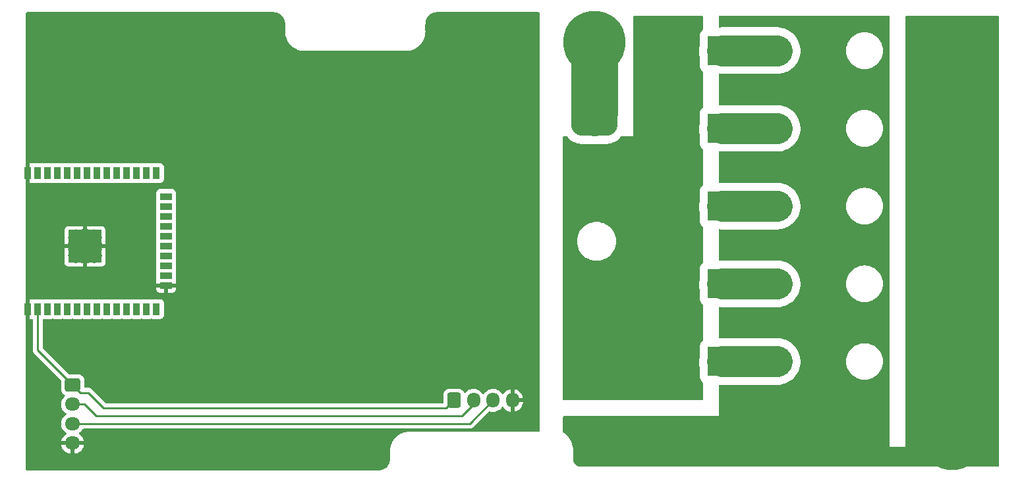
<source format=gbr>
%TF.GenerationSoftware,KiCad,Pcbnew,(6.0.10-0)*%
%TF.CreationDate,2022-12-27T02:05:37+01:00*%
%TF.ProjectId,BMS_PDB,424d535f-5044-4422-9e6b-696361645f70,rev?*%
%TF.SameCoordinates,Original*%
%TF.FileFunction,Copper,L1,Top*%
%TF.FilePolarity,Positive*%
%FSLAX46Y46*%
G04 Gerber Fmt 4.6, Leading zero omitted, Abs format (unit mm)*
G04 Created by KiCad (PCBNEW (6.0.10-0)) date 2022-12-27 02:05:37*
%MOMM*%
%LPD*%
G01*
G04 APERTURE LIST*
G04 Aperture macros list*
%AMRoundRect*
0 Rectangle with rounded corners*
0 $1 Rounding radius*
0 $2 $3 $4 $5 $6 $7 $8 $9 X,Y pos of 4 corners*
0 Add a 4 corners polygon primitive as box body*
4,1,4,$2,$3,$4,$5,$6,$7,$8,$9,$2,$3,0*
0 Add four circle primitives for the rounded corners*
1,1,$1+$1,$2,$3*
1,1,$1+$1,$4,$5*
1,1,$1+$1,$6,$7*
1,1,$1+$1,$8,$9*
0 Add four rect primitives between the rounded corners*
20,1,$1+$1,$2,$3,$4,$5,0*
20,1,$1+$1,$4,$5,$6,$7,0*
20,1,$1+$1,$6,$7,$8,$9,0*
20,1,$1+$1,$8,$9,$2,$3,0*%
G04 Aperture macros list end*
%TA.AperFunction,ComponentPad*%
%ADD10RoundRect,0.250000X-0.725000X0.600000X-0.725000X-0.600000X0.725000X-0.600000X0.725000X0.600000X0*%
%TD*%
%TA.AperFunction,ComponentPad*%
%ADD11O,1.950000X1.700000*%
%TD*%
%TA.AperFunction,ComponentPad*%
%ADD12C,3.000000*%
%TD*%
%TA.AperFunction,ConnectorPad*%
%ADD13C,8.000000*%
%TD*%
%TA.AperFunction,ComponentPad*%
%ADD14C,4.400000*%
%TD*%
%TA.AperFunction,ComponentPad*%
%ADD15RoundRect,0.250000X-0.600000X-0.725000X0.600000X-0.725000X0.600000X0.725000X-0.600000X0.725000X0*%
%TD*%
%TA.AperFunction,ComponentPad*%
%ADD16O,1.700000X1.950000*%
%TD*%
%TA.AperFunction,ComponentPad*%
%ADD17R,3.800000X3.800000*%
%TD*%
%TA.AperFunction,ComponentPad*%
%ADD18C,3.800000*%
%TD*%
%TA.AperFunction,ComponentPad*%
%ADD19RoundRect,1.500000X-1.500000X1.500000X-1.500000X-1.500000X1.500000X-1.500000X1.500000X1.500000X0*%
%TD*%
%TA.AperFunction,ComponentPad*%
%ADD20C,6.000000*%
%TD*%
%TA.AperFunction,SMDPad,CuDef*%
%ADD21R,0.900000X1.500000*%
%TD*%
%TA.AperFunction,SMDPad,CuDef*%
%ADD22R,1.500000X0.900000*%
%TD*%
%TA.AperFunction,HeatsinkPad*%
%ADD23C,0.475000*%
%TD*%
%TA.AperFunction,SMDPad,CuDef*%
%ADD24R,1.050000X1.050000*%
%TD*%
%TA.AperFunction,SMDPad,CuDef*%
%ADD25R,4.200000X4.200000*%
%TD*%
%TA.AperFunction,Conductor*%
%ADD26C,4.000000*%
%TD*%
%TA.AperFunction,Conductor*%
%ADD27C,6.000000*%
%TD*%
%TA.AperFunction,Conductor*%
%ADD28C,0.250000*%
%TD*%
G04 APERTURE END LIST*
D10*
%TO.P,J9,1,Pin_1*%
%TO.N,+5V*%
X94000000Y-119000000D03*
D11*
%TO.P,J9,2,Pin_2*%
%TO.N,Net-(J10-Pad2)*%
X94000000Y-121500000D03*
%TO.P,J9,3,Pin_3*%
%TO.N,Net-(J10-Pad3)*%
X94000000Y-124000000D03*
%TO.P,J9,4,Pin_4*%
%TO.N,GND1*%
X94000000Y-126500000D03*
%TD*%
D12*
%TO.P,F2,1*%
%TO.N,GND*%
X207000000Y-116000000D03*
%TO.P,F2,2*%
%TO.N,Net-(F2-Pad2)*%
X184500000Y-116000000D03*
%TD*%
D13*
%TO.P,J1,1,Pin_1*%
%TO.N,GND*%
X207000000Y-126000000D03*
D14*
X207000000Y-126000000D03*
%TD*%
D15*
%TO.P,J10,1,Pin_1*%
%TO.N,+5V*%
X143000000Y-121000000D03*
D16*
%TO.P,J10,2,Pin_2*%
%TO.N,Net-(J10-Pad2)*%
X145500000Y-121000000D03*
%TO.P,J10,3,Pin_3*%
%TO.N,Net-(J10-Pad3)*%
X148000000Y-121000000D03*
%TO.P,J10,4,Pin_4*%
%TO.N,GND1*%
X150500000Y-121000000D03*
%TD*%
D12*
%TO.P,F3,1*%
%TO.N,GND*%
X207000000Y-96000000D03*
%TO.P,F3,2*%
%TO.N,Net-(F3-Pad2)*%
X184500000Y-96000000D03*
%TD*%
D17*
%TO.P,J6,1,Pin_1*%
%TO.N,Net-(F4-Pad2)*%
X177500000Y-86000000D03*
D18*
%TO.P,J6,2,Pin_2*%
%TO.N,+24V*%
X172500000Y-86000000D03*
%TD*%
D17*
%TO.P,J4,1,Pin_1*%
%TO.N,Net-(F2-Pad2)*%
X177500000Y-116000000D03*
D18*
%TO.P,J4,2,Pin_2*%
%TO.N,+24V*%
X172500000Y-116000000D03*
%TD*%
D17*
%TO.P,J5,1,Pin_1*%
%TO.N,Net-(F3-Pad2)*%
X177500000Y-96000000D03*
D18*
%TO.P,J5,2,Pin_2*%
%TO.N,+24V*%
X172500000Y-96000000D03*
%TD*%
D19*
%TO.P,J8,1,Pin_1*%
%TO.N,Net-(J2-Pad1)*%
X161000000Y-84000000D03*
D20*
%TO.P,J8,2,Pin_2*%
%TO.N,+24V*%
X161000000Y-91200000D03*
%TD*%
D14*
%TO.P,J2,1,Pin_1*%
%TO.N,Net-(J2-Pad1)*%
X161000000Y-74930000D03*
D13*
X161000000Y-74930000D03*
%TD*%
D21*
%TO.P,U1,1,GND*%
%TO.N,GND1*%
X88250000Y-109250000D03*
%TO.P,U1,2,VDD*%
%TO.N,+5V*%
X89520000Y-109250000D03*
%TO.P,U1,3,EN*%
%TO.N,unconnected-(U1-Pad3)*%
X90790000Y-109250000D03*
%TO.P,U1,4,SENSOR_VP*%
%TO.N,unconnected-(U1-Pad4)*%
X92060000Y-109250000D03*
%TO.P,U1,5,SENSOR_VN*%
%TO.N,unconnected-(U1-Pad5)*%
X93330000Y-109250000D03*
%TO.P,U1,6,IO34*%
%TO.N,unconnected-(U1-Pad6)*%
X94600000Y-109250000D03*
%TO.P,U1,7,IO35*%
%TO.N,unconnected-(U1-Pad7)*%
X95870000Y-109250000D03*
%TO.P,U1,8,IO32*%
%TO.N,unconnected-(U1-Pad8)*%
X97140000Y-109250000D03*
%TO.P,U1,9,IO33*%
%TO.N,unconnected-(U1-Pad9)*%
X98410000Y-109250000D03*
%TO.P,U1,10,IO25*%
%TO.N,unconnected-(U1-Pad10)*%
X99680000Y-109250000D03*
%TO.P,U1,11,IO26*%
%TO.N,unconnected-(U1-Pad11)*%
X100950000Y-109250000D03*
%TO.P,U1,12,IO27*%
%TO.N,unconnected-(U1-Pad12)*%
X102220000Y-109250000D03*
%TO.P,U1,13,IO14*%
%TO.N,unconnected-(U1-Pad13)*%
X103490000Y-109250000D03*
%TO.P,U1,14,IO12*%
%TO.N,unconnected-(U1-Pad14)*%
X104760000Y-109250000D03*
D22*
%TO.P,U1,15,GND*%
%TO.N,GND1*%
X106010000Y-106210000D03*
%TO.P,U1,16,IO13*%
%TO.N,unconnected-(U1-Pad16)*%
X106010000Y-104940000D03*
%TO.P,U1,17,SHD/SD2*%
%TO.N,unconnected-(U1-Pad17)*%
X106010000Y-103670000D03*
%TO.P,U1,18,SWP/SD3*%
%TO.N,unconnected-(U1-Pad18)*%
X106010000Y-102400000D03*
%TO.P,U1,19,SCS/CMD*%
%TO.N,unconnected-(U1-Pad19)*%
X106010000Y-101130000D03*
%TO.P,U1,20,SCK/CLK*%
%TO.N,unconnected-(U1-Pad20)*%
X106010000Y-99860000D03*
%TO.P,U1,21,SDO/SD0*%
%TO.N,unconnected-(U1-Pad21)*%
X106010000Y-98590000D03*
%TO.P,U1,22,SDI/SD1*%
%TO.N,unconnected-(U1-Pad22)*%
X106010000Y-97320000D03*
%TO.P,U1,23,IO15*%
%TO.N,unconnected-(U1-Pad23)*%
X106010000Y-96050000D03*
%TO.P,U1,24,IO2*%
%TO.N,unconnected-(U1-Pad24)*%
X106010000Y-94780000D03*
D21*
%TO.P,U1,25,IO0*%
%TO.N,unconnected-(U1-Pad25)*%
X104760000Y-91750000D03*
%TO.P,U1,26,IO4*%
%TO.N,unconnected-(U1-Pad26)*%
X103490000Y-91750000D03*
%TO.P,U1,27,IO16*%
%TO.N,unconnected-(U1-Pad27)*%
X102220000Y-91750000D03*
%TO.P,U1,28,IO17*%
%TO.N,unconnected-(U1-Pad28)*%
X100950000Y-91750000D03*
%TO.P,U1,29,IO5*%
%TO.N,unconnected-(U1-Pad29)*%
X99680000Y-91750000D03*
%TO.P,U1,30,IO18*%
%TO.N,unconnected-(U1-Pad30)*%
X98410000Y-91750000D03*
%TO.P,U1,31,IO19*%
%TO.N,unconnected-(U1-Pad31)*%
X97140000Y-91750000D03*
%TO.P,U1,32,NC*%
%TO.N,unconnected-(U1-Pad32)*%
X95870000Y-91750000D03*
%TO.P,U1,33,IO21*%
%TO.N,unconnected-(U1-Pad33)*%
X94600000Y-91750000D03*
%TO.P,U1,34,RXD0/IO3*%
%TO.N,unconnected-(U1-Pad34)*%
X93330000Y-91750000D03*
%TO.P,U1,35,TXD0/IO1*%
%TO.N,unconnected-(U1-Pad35)*%
X92060000Y-91750000D03*
%TO.P,U1,36,IO22*%
%TO.N,unconnected-(U1-Pad36)*%
X90790000Y-91750000D03*
%TO.P,U1,37,IO23*%
%TO.N,unconnected-(U1-Pad37)*%
X89520000Y-91750000D03*
%TO.P,U1,38,GND*%
%TO.N,GND1*%
X88250000Y-91750000D03*
D23*
%TO.P,U1,39,GND*%
X95590000Y-100417500D03*
X94827500Y-102705000D03*
X96352500Y-99655000D03*
D24*
X97115000Y-101180000D03*
D23*
X97115000Y-101942500D03*
D24*
X94065000Y-102705000D03*
X97115000Y-99655000D03*
D23*
X96352500Y-101180000D03*
X94827500Y-99655000D03*
X94065000Y-101942500D03*
D24*
X97115000Y-102705000D03*
X95590000Y-102705000D03*
D23*
X97115000Y-100417500D03*
D24*
X95590000Y-101180000D03*
D23*
X94827500Y-101180000D03*
X94065000Y-100417500D03*
D24*
X94065000Y-99655000D03*
X94065000Y-101180000D03*
D23*
X96352500Y-102705000D03*
X95590000Y-101942500D03*
D24*
X95590000Y-99655000D03*
D25*
X95590000Y-101180000D03*
%TD*%
D12*
%TO.P,F1,1*%
%TO.N,GND*%
X207000000Y-106000000D03*
%TO.P,F1,2*%
%TO.N,Net-(F1-Pad2)*%
X184500000Y-106000000D03*
%TD*%
%TO.P,F5,1*%
%TO.N,GND*%
X207000000Y-76000000D03*
%TO.P,F5,2*%
%TO.N,Net-(F5-Pad2)*%
X184500000Y-76000000D03*
%TD*%
D17*
%TO.P,J3,1,Pin_1*%
%TO.N,Net-(F1-Pad2)*%
X177500000Y-106000000D03*
D18*
%TO.P,J3,2,Pin_2*%
%TO.N,+24V*%
X172500000Y-106000000D03*
%TD*%
D12*
%TO.P,F4,1*%
%TO.N,GND*%
X207000000Y-86000000D03*
%TO.P,F4,2*%
%TO.N,Net-(F4-Pad2)*%
X184500000Y-86000000D03*
%TD*%
D17*
%TO.P,J7,1,Pin_1*%
%TO.N,Net-(F5-Pad2)*%
X177500000Y-76000000D03*
D18*
%TO.P,J7,2,Pin_2*%
%TO.N,+24V*%
X172500000Y-76000000D03*
%TD*%
D26*
%TO.N,Net-(F1-Pad2)*%
X184500000Y-106000000D02*
X177500000Y-106000000D01*
%TO.N,Net-(F2-Pad2)*%
X184500000Y-116000000D02*
X177500000Y-116000000D01*
%TO.N,Net-(F3-Pad2)*%
X177500000Y-96000000D02*
X184500000Y-96000000D01*
%TO.N,Net-(F4-Pad2)*%
X177500000Y-86000000D02*
X184500000Y-86000000D01*
%TO.N,Net-(F5-Pad2)*%
X177500000Y-76000000D02*
X184500000Y-76000000D01*
D27*
%TO.N,Net-(J2-Pad1)*%
X161000000Y-74930000D02*
X161000000Y-84000000D01*
D28*
%TO.N,Net-(J10-Pad2)*%
X145500000Y-121500000D02*
X144000000Y-123000000D01*
X97000000Y-123000000D02*
X95500000Y-121500000D01*
X144000000Y-123000000D02*
X97000000Y-123000000D01*
X95500000Y-121500000D02*
X94000000Y-121500000D01*
X145500000Y-121000000D02*
X145500000Y-121500000D01*
%TO.N,Net-(J10-Pad3)*%
X148000000Y-121000000D02*
X145000000Y-124000000D01*
X145000000Y-124000000D02*
X94000000Y-124000000D01*
%TO.N,+5V*%
X89520000Y-114520000D02*
X89520000Y-109250000D01*
X142000000Y-122000000D02*
X143000000Y-121000000D01*
X94000000Y-119000000D02*
X95000000Y-120000000D01*
X96000000Y-120000000D02*
X98000000Y-122000000D01*
X95000000Y-120000000D02*
X96000000Y-120000000D01*
X98000000Y-122000000D02*
X142000000Y-122000000D01*
X94000000Y-119000000D02*
X89520000Y-114520000D01*
%TD*%
%TA.AperFunction,Conductor*%
%TO.N,GND1*%
G36*
X119778945Y-71044215D02*
G01*
X119793771Y-71046524D01*
X119793778Y-71046524D01*
X119802646Y-71047905D01*
X119811550Y-71046741D01*
X119811551Y-71046741D01*
X119817900Y-71045911D01*
X119843222Y-71045168D01*
X120012197Y-71057255D01*
X120029988Y-71059814D01*
X120030031Y-71059823D01*
X120220312Y-71101219D01*
X120237562Y-71106284D01*
X120420060Y-71174356D01*
X120436411Y-71181824D01*
X120607367Y-71275175D01*
X120622482Y-71284889D01*
X120778408Y-71401616D01*
X120778412Y-71401619D01*
X120791996Y-71413389D01*
X120929734Y-71551130D01*
X120941495Y-71564703D01*
X121000162Y-71643074D01*
X121058227Y-71720641D01*
X121067946Y-71735765D01*
X121161289Y-71906715D01*
X121168757Y-71923068D01*
X121236824Y-72105568D01*
X121241889Y-72122817D01*
X121283291Y-72313147D01*
X121285849Y-72330938D01*
X121297440Y-72493007D01*
X121296729Y-72510090D01*
X121296731Y-72510090D01*
X121296621Y-72519060D01*
X121295239Y-72527934D01*
X121296403Y-72536837D01*
X121296403Y-72536844D01*
X121299366Y-72559504D01*
X121300430Y-72575840D01*
X121300430Y-73480968D01*
X121298684Y-73501872D01*
X121295354Y-73521666D01*
X121295201Y-73534218D01*
X121295890Y-73539029D01*
X121296088Y-73542064D01*
X121296551Y-73546618D01*
X121314127Y-73837140D01*
X121314811Y-73840873D01*
X121314812Y-73840880D01*
X121356190Y-74066659D01*
X121368832Y-74135644D01*
X121369961Y-74139266D01*
X121369963Y-74139273D01*
X121457987Y-74421747D01*
X121457990Y-74421754D01*
X121459119Y-74425378D01*
X121460679Y-74428844D01*
X121460681Y-74428848D01*
X121582102Y-74698627D01*
X121583672Y-74702116D01*
X121740674Y-74961824D01*
X121743017Y-74964814D01*
X121743022Y-74964821D01*
X121893105Y-75156383D01*
X121927836Y-75200713D01*
X122142428Y-75415300D01*
X122381322Y-75602457D01*
X122641033Y-75759453D01*
X122917774Y-75884000D01*
X122921414Y-75885134D01*
X122921416Y-75885135D01*
X123089447Y-75937493D01*
X123207510Y-75974281D01*
X123211266Y-75974969D01*
X123211269Y-75974970D01*
X123306593Y-75992437D01*
X123506015Y-76028980D01*
X123509814Y-76029210D01*
X123509816Y-76029210D01*
X123575930Y-76033208D01*
X123778103Y-76045434D01*
X123791396Y-76046950D01*
X123796386Y-76047790D01*
X123802941Y-76047870D01*
X123804079Y-76047884D01*
X123804082Y-76047884D01*
X123808938Y-76047943D01*
X123813746Y-76047254D01*
X123813752Y-76047254D01*
X123836559Y-76043987D01*
X123854423Y-76042714D01*
X136755688Y-76042714D01*
X136776591Y-76044460D01*
X136796386Y-76047790D01*
X136802514Y-76047865D01*
X136804071Y-76047884D01*
X136804075Y-76047884D01*
X136808938Y-76047943D01*
X136813756Y-76047253D01*
X136816399Y-76047081D01*
X136821675Y-76046545D01*
X136927715Y-76040129D01*
X137111856Y-76028988D01*
X137265201Y-76000884D01*
X137406609Y-75974968D01*
X137406613Y-75974967D01*
X137410356Y-75974281D01*
X137528410Y-75937493D01*
X137696455Y-75885127D01*
X137696462Y-75885124D01*
X137700086Y-75883995D01*
X137976821Y-75759443D01*
X138236526Y-75602444D01*
X138269801Y-75576375D01*
X138472417Y-75417633D01*
X138475413Y-75415286D01*
X138689999Y-75200698D01*
X138827089Y-75025714D01*
X138874801Y-74964814D01*
X138874803Y-74964811D01*
X138877155Y-74961809D01*
X139026130Y-74715375D01*
X139032182Y-74705364D01*
X139032184Y-74705360D01*
X139034153Y-74702103D01*
X139158702Y-74425367D01*
X139248986Y-74135637D01*
X139282197Y-73954420D01*
X139303005Y-73840876D01*
X139303006Y-73840870D01*
X139303690Y-73837136D01*
X139303919Y-73833346D01*
X139303920Y-73833340D01*
X139320150Y-73565059D01*
X139321664Y-73551776D01*
X139321699Y-73551570D01*
X139321700Y-73551564D01*
X139322506Y-73546770D01*
X139322659Y-73534218D01*
X139318702Y-73506585D01*
X139317430Y-73488725D01*
X139317430Y-72583577D01*
X139318930Y-72564192D01*
X139321240Y-72549359D01*
X139321240Y-72549355D01*
X139322621Y-72540486D01*
X139320626Y-72525230D01*
X139319883Y-72499906D01*
X139331967Y-72330941D01*
X139334525Y-72313146D01*
X139375929Y-72122813D01*
X139380994Y-72105564D01*
X139398575Y-72058426D01*
X139449064Y-71923059D01*
X139456526Y-71906720D01*
X139549878Y-71735757D01*
X139559598Y-71720633D01*
X139676323Y-71564707D01*
X139688096Y-71551120D01*
X139825828Y-71413389D01*
X139839415Y-71401616D01*
X139995347Y-71284889D01*
X140010471Y-71275170D01*
X140181421Y-71181826D01*
X140197773Y-71174358D01*
X140197779Y-71174356D01*
X140353243Y-71116372D01*
X140380275Y-71106290D01*
X140397525Y-71101225D01*
X140549138Y-71068245D01*
X140587858Y-71059823D01*
X140605651Y-71057265D01*
X140767596Y-71045685D01*
X140785228Y-71046418D01*
X140793770Y-71046523D01*
X140802646Y-71047905D01*
X140811549Y-71046741D01*
X140834218Y-71043777D01*
X140850553Y-71042714D01*
X153874000Y-71042714D01*
X153942121Y-71062716D01*
X153988614Y-71116372D01*
X154000000Y-71168714D01*
X154000000Y-124899714D01*
X153979998Y-124967835D01*
X153926342Y-125014328D01*
X153874000Y-125025714D01*
X137362182Y-125025714D01*
X137341275Y-125023967D01*
X137321490Y-125020638D01*
X137314898Y-125020558D01*
X137313796Y-125020544D01*
X137313793Y-125020544D01*
X137308938Y-125020485D01*
X137304125Y-125021174D01*
X137301923Y-125021318D01*
X137295805Y-125021940D01*
X137233392Y-125025714D01*
X137009816Y-125039234D01*
X137009811Y-125039235D01*
X137006018Y-125039464D01*
X137002275Y-125040150D01*
X137002274Y-125040150D01*
X136711263Y-125093476D01*
X136711260Y-125093477D01*
X136707515Y-125094163D01*
X136703882Y-125095295D01*
X136703878Y-125095296D01*
X136545205Y-125144739D01*
X136417782Y-125184444D01*
X136414311Y-125186006D01*
X136414306Y-125186008D01*
X136247695Y-125260992D01*
X136141043Y-125308991D01*
X135881336Y-125465987D01*
X135642445Y-125653143D01*
X135427857Y-125867730D01*
X135425515Y-125870720D01*
X135425510Y-125870725D01*
X135337952Y-125982484D01*
X135240698Y-126106619D01*
X135238732Y-126109871D01*
X135238730Y-126109874D01*
X135234972Y-126116091D01*
X135083700Y-126366326D01*
X135049287Y-126442788D01*
X134972710Y-126612937D01*
X134959151Y-126643063D01*
X134958018Y-126646699D01*
X134883319Y-126886421D01*
X134868868Y-126932795D01*
X134814166Y-127231298D01*
X134813937Y-127235087D01*
X134813936Y-127235094D01*
X134797711Y-127503370D01*
X134796194Y-127516671D01*
X134795354Y-127521666D01*
X134795201Y-127534218D01*
X134795891Y-127539034D01*
X134799157Y-127561840D01*
X134800430Y-127579703D01*
X134800430Y-128484844D01*
X134798930Y-128504231D01*
X134795239Y-128527934D01*
X134797234Y-128543191D01*
X134797977Y-128568515D01*
X134785890Y-128737489D01*
X134783332Y-128755279D01*
X134741928Y-128945606D01*
X134736864Y-128962855D01*
X134668791Y-129145364D01*
X134661323Y-129161716D01*
X134567974Y-129332673D01*
X134558254Y-129347797D01*
X134441527Y-129503726D01*
X134429755Y-129517312D01*
X134292024Y-129655044D01*
X134278438Y-129666817D01*
X134122502Y-129783551D01*
X134107379Y-129793269D01*
X133936423Y-129886620D01*
X133920076Y-129894086D01*
X133737565Y-129962161D01*
X133720329Y-129967222D01*
X133529991Y-130008630D01*
X133512201Y-130011189D01*
X133350386Y-130022764D01*
X133332065Y-130022002D01*
X133324073Y-130021905D01*
X133315198Y-130020523D01*
X133283641Y-130024650D01*
X133267302Y-130025714D01*
X88126000Y-130025714D01*
X88057879Y-130005712D01*
X88011386Y-129952056D01*
X88000000Y-129899714D01*
X88000000Y-126768580D01*
X92543752Y-126768580D01*
X92568477Y-126886421D01*
X92571537Y-126896617D01*
X92652263Y-127101029D01*
X92656994Y-127110561D01*
X92771016Y-127298462D01*
X92777280Y-127307052D01*
X92921327Y-127473052D01*
X92928958Y-127480472D01*
X93098911Y-127619826D01*
X93107678Y-127625850D01*
X93298682Y-127734576D01*
X93308346Y-127739041D01*
X93514941Y-127814031D01*
X93525208Y-127816802D01*
X93728174Y-127853504D01*
X93741414Y-127852085D01*
X93746000Y-127837450D01*
X93746000Y-127833849D01*
X94254000Y-127833849D01*
X94258310Y-127848527D01*
X94270193Y-127850590D01*
X94349325Y-127843876D01*
X94359797Y-127842086D01*
X94572535Y-127786870D01*
X94582575Y-127783335D01*
X94782970Y-127693063D01*
X94792256Y-127687894D01*
X94974575Y-127565150D01*
X94982870Y-127558481D01*
X95141900Y-127406772D01*
X95148941Y-127398814D01*
X95280141Y-127222475D01*
X95285745Y-127213438D01*
X95385357Y-127017516D01*
X95389357Y-127007665D01*
X95454534Y-126797760D01*
X95456817Y-126787376D01*
X95458861Y-126771957D01*
X95456665Y-126757793D01*
X95443478Y-126754000D01*
X94272115Y-126754000D01*
X94256876Y-126758475D01*
X94255671Y-126759865D01*
X94254000Y-126767548D01*
X94254000Y-127833849D01*
X93746000Y-127833849D01*
X93746000Y-126772115D01*
X93741525Y-126756876D01*
X93740135Y-126755671D01*
X93732452Y-126754000D01*
X92558808Y-126754000D01*
X92545277Y-126757973D01*
X92543752Y-126768580D01*
X88000000Y-126768580D01*
X88000000Y-110489884D01*
X88504000Y-110489884D01*
X88508475Y-110505123D01*
X88509865Y-110506328D01*
X88517548Y-110507999D01*
X88744675Y-110507999D01*
X88753688Y-110507511D01*
X88822791Y-110523801D01*
X88872116Y-110574865D01*
X88886500Y-110633327D01*
X88886500Y-114441233D01*
X88885973Y-114452416D01*
X88884298Y-114459909D01*
X88884547Y-114467835D01*
X88884547Y-114467836D01*
X88886438Y-114527986D01*
X88886500Y-114531945D01*
X88886500Y-114559856D01*
X88886997Y-114563790D01*
X88886997Y-114563791D01*
X88887005Y-114563856D01*
X88887938Y-114575693D01*
X88889327Y-114619889D01*
X88894978Y-114639339D01*
X88898987Y-114658700D01*
X88901526Y-114678797D01*
X88904445Y-114686168D01*
X88904445Y-114686170D01*
X88917804Y-114719912D01*
X88921649Y-114731142D01*
X88933982Y-114773593D01*
X88938015Y-114780412D01*
X88938017Y-114780417D01*
X88944293Y-114791028D01*
X88952988Y-114808776D01*
X88960448Y-114827617D01*
X88965110Y-114834033D01*
X88965110Y-114834034D01*
X88986436Y-114863387D01*
X88992952Y-114873307D01*
X89015458Y-114911362D01*
X89029779Y-114925683D01*
X89042619Y-114940716D01*
X89054528Y-114957107D01*
X89060634Y-114962158D01*
X89088605Y-114985298D01*
X89097384Y-114993288D01*
X92479595Y-118375500D01*
X92513621Y-118437812D01*
X92516500Y-118464595D01*
X92516500Y-119650400D01*
X92516837Y-119653646D01*
X92516837Y-119653650D01*
X92523663Y-119719432D01*
X92527474Y-119756166D01*
X92529655Y-119762702D01*
X92529655Y-119762704D01*
X92544743Y-119807928D01*
X92583450Y-119923946D01*
X92676522Y-120074348D01*
X92681704Y-120079521D01*
X92736990Y-120134711D01*
X92801697Y-120199305D01*
X92807927Y-120203145D01*
X92807928Y-120203146D01*
X92822170Y-120211925D01*
X92947340Y-120289081D01*
X92994832Y-120341852D01*
X93006256Y-120411924D01*
X92977982Y-120477048D01*
X92968195Y-120487510D01*
X92853865Y-120596576D01*
X92716246Y-120781542D01*
X92611760Y-120987051D01*
X92543393Y-121207227D01*
X92542692Y-121212516D01*
X92527175Y-121329595D01*
X92513102Y-121435774D01*
X92521751Y-121666158D01*
X92522846Y-121671377D01*
X92528198Y-121696886D01*
X92569093Y-121891791D01*
X92571051Y-121896750D01*
X92571052Y-121896752D01*
X92642897Y-122078673D01*
X92653776Y-122106221D01*
X92656543Y-122110780D01*
X92656544Y-122110783D01*
X92728517Y-122229390D01*
X92773377Y-122303317D01*
X92776874Y-122307347D01*
X92908351Y-122458861D01*
X92924477Y-122477445D01*
X92928608Y-122480832D01*
X93098627Y-122620240D01*
X93098633Y-122620244D01*
X93102755Y-122623624D01*
X93134250Y-122641552D01*
X93183555Y-122692632D01*
X93197417Y-122762262D01*
X93171434Y-122828333D01*
X93142284Y-122855573D01*
X93020681Y-122937441D01*
X92853865Y-123096576D01*
X92716246Y-123281542D01*
X92611760Y-123487051D01*
X92610178Y-123492145D01*
X92610177Y-123492148D01*
X92566441Y-123633002D01*
X92543393Y-123707227D01*
X92542692Y-123712516D01*
X92520351Y-123881082D01*
X92513102Y-123935774D01*
X92521751Y-124166158D01*
X92569093Y-124391791D01*
X92571051Y-124396750D01*
X92571052Y-124396752D01*
X92646671Y-124588229D01*
X92653776Y-124606221D01*
X92656543Y-124610780D01*
X92656544Y-124610783D01*
X92680789Y-124650737D01*
X92773377Y-124803317D01*
X92776874Y-124807347D01*
X92863438Y-124907103D01*
X92924477Y-124977445D01*
X92966030Y-125011516D01*
X93098627Y-125120240D01*
X93098633Y-125120244D01*
X93102755Y-125123624D01*
X93107398Y-125126267D01*
X93134735Y-125141829D01*
X93184041Y-125192912D01*
X93197902Y-125262542D01*
X93171918Y-125328613D01*
X93142768Y-125355851D01*
X93025422Y-125434852D01*
X93017130Y-125441519D01*
X92858100Y-125593228D01*
X92851059Y-125601186D01*
X92719859Y-125777525D01*
X92714255Y-125786562D01*
X92614643Y-125982484D01*
X92610643Y-125992335D01*
X92545466Y-126202240D01*
X92543183Y-126212624D01*
X92541139Y-126228043D01*
X92543335Y-126242207D01*
X92556522Y-126246000D01*
X95441192Y-126246000D01*
X95454723Y-126242027D01*
X95456248Y-126231420D01*
X95431523Y-126113579D01*
X95428463Y-126103383D01*
X95347737Y-125898971D01*
X95343006Y-125889439D01*
X95228984Y-125701538D01*
X95222720Y-125692948D01*
X95078673Y-125526948D01*
X95071042Y-125519528D01*
X94901089Y-125380174D01*
X94892326Y-125374152D01*
X94865289Y-125358762D01*
X94815982Y-125307680D01*
X94802120Y-125238049D01*
X94828103Y-125171978D01*
X94857253Y-125144739D01*
X94933396Y-125093476D01*
X94979319Y-125062559D01*
X94999893Y-125042933D01*
X95142278Y-124907103D01*
X95146135Y-124903424D01*
X95283754Y-124718458D01*
X95286170Y-124713706D01*
X95286175Y-124713698D01*
X95291922Y-124702394D01*
X95340625Y-124650737D01*
X95404238Y-124633500D01*
X144921233Y-124633500D01*
X144932416Y-124634027D01*
X144939909Y-124635702D01*
X144947835Y-124635453D01*
X144947836Y-124635453D01*
X145007986Y-124633562D01*
X145011945Y-124633500D01*
X145039856Y-124633500D01*
X145043791Y-124633003D01*
X145043856Y-124632995D01*
X145055693Y-124632062D01*
X145087951Y-124631048D01*
X145091970Y-124630922D01*
X145099889Y-124630673D01*
X145119343Y-124625021D01*
X145138700Y-124621013D01*
X145150930Y-124619468D01*
X145150931Y-124619468D01*
X145158797Y-124618474D01*
X145166168Y-124615555D01*
X145166170Y-124615555D01*
X145199912Y-124602196D01*
X145211142Y-124598351D01*
X145245983Y-124588229D01*
X145245984Y-124588229D01*
X145253593Y-124586018D01*
X145260412Y-124581985D01*
X145260417Y-124581983D01*
X145271028Y-124575707D01*
X145288776Y-124567012D01*
X145307617Y-124559552D01*
X145343387Y-124533564D01*
X145353307Y-124527048D01*
X145384535Y-124508580D01*
X145384538Y-124508578D01*
X145391362Y-124504542D01*
X145405683Y-124490221D01*
X145420717Y-124477380D01*
X145430694Y-124470131D01*
X145437107Y-124465472D01*
X145465298Y-124431395D01*
X145473288Y-124422616D01*
X147448981Y-122446923D01*
X147511293Y-122412897D01*
X147575441Y-122415686D01*
X147707227Y-122456607D01*
X147712516Y-122457308D01*
X147930489Y-122486198D01*
X147930494Y-122486198D01*
X147935774Y-122486898D01*
X147941103Y-122486698D01*
X147941105Y-122486698D01*
X148050966Y-122482574D01*
X148166158Y-122478249D01*
X148391791Y-122430907D01*
X148396750Y-122428949D01*
X148396752Y-122428948D01*
X148601256Y-122348185D01*
X148601258Y-122348184D01*
X148606221Y-122346224D01*
X148611525Y-122343006D01*
X148798757Y-122229390D01*
X148798756Y-122229390D01*
X148803317Y-122226623D01*
X148812726Y-122218458D01*
X148973412Y-122079023D01*
X148973414Y-122079021D01*
X148977445Y-122075523D01*
X149060215Y-121974578D01*
X149120240Y-121901373D01*
X149120244Y-121901367D01*
X149123624Y-121897245D01*
X149126729Y-121891791D01*
X149141829Y-121865265D01*
X149192912Y-121815959D01*
X149262542Y-121802098D01*
X149328613Y-121828082D01*
X149355851Y-121857232D01*
X149434852Y-121974578D01*
X149441519Y-121982870D01*
X149593228Y-122141900D01*
X149601186Y-122148941D01*
X149777525Y-122280141D01*
X149786562Y-122285745D01*
X149982484Y-122385357D01*
X149992335Y-122389357D01*
X150202240Y-122454534D01*
X150212624Y-122456817D01*
X150228043Y-122458861D01*
X150242207Y-122456665D01*
X150246000Y-122443478D01*
X150246000Y-122441192D01*
X150754000Y-122441192D01*
X150757973Y-122454723D01*
X150768580Y-122456248D01*
X150886421Y-122431523D01*
X150896617Y-122428463D01*
X151101029Y-122347737D01*
X151110561Y-122343006D01*
X151298462Y-122228984D01*
X151307052Y-122222720D01*
X151473052Y-122078673D01*
X151480472Y-122071042D01*
X151619826Y-121901089D01*
X151625850Y-121892322D01*
X151734576Y-121701318D01*
X151739041Y-121691654D01*
X151814031Y-121485059D01*
X151816802Y-121474792D01*
X151853504Y-121271826D01*
X151852085Y-121258586D01*
X151837450Y-121254000D01*
X150772115Y-121254000D01*
X150756876Y-121258475D01*
X150755671Y-121259865D01*
X150754000Y-121267548D01*
X150754000Y-122441192D01*
X150246000Y-122441192D01*
X150246000Y-120727885D01*
X150754000Y-120727885D01*
X150758475Y-120743124D01*
X150759865Y-120744329D01*
X150767548Y-120746000D01*
X151833849Y-120746000D01*
X151848527Y-120741690D01*
X151850590Y-120729807D01*
X151843876Y-120650675D01*
X151842086Y-120640203D01*
X151786870Y-120427465D01*
X151783335Y-120417425D01*
X151693063Y-120217030D01*
X151687894Y-120207744D01*
X151565150Y-120025425D01*
X151558481Y-120017130D01*
X151406772Y-119858100D01*
X151398814Y-119851059D01*
X151222475Y-119719859D01*
X151213438Y-119714255D01*
X151017516Y-119614643D01*
X151007665Y-119610643D01*
X150797760Y-119545466D01*
X150787376Y-119543183D01*
X150771957Y-119541139D01*
X150757793Y-119543335D01*
X150754000Y-119556522D01*
X150754000Y-120727885D01*
X150246000Y-120727885D01*
X150246000Y-119558808D01*
X150242027Y-119545277D01*
X150231420Y-119543752D01*
X150113579Y-119568477D01*
X150103383Y-119571537D01*
X149898971Y-119652263D01*
X149889439Y-119656994D01*
X149701538Y-119771016D01*
X149692948Y-119777280D01*
X149526948Y-119921327D01*
X149519528Y-119928958D01*
X149380174Y-120098911D01*
X149374152Y-120107674D01*
X149358762Y-120134711D01*
X149307680Y-120184018D01*
X149238049Y-120197880D01*
X149171978Y-120171897D01*
X149144739Y-120142747D01*
X149094497Y-120068120D01*
X149062559Y-120020681D01*
X149003918Y-119959209D01*
X148974725Y-119928608D01*
X148903424Y-119853865D01*
X148718458Y-119716246D01*
X148713707Y-119713830D01*
X148713703Y-119713828D01*
X148595588Y-119653776D01*
X148512949Y-119611760D01*
X148507855Y-119610178D01*
X148507852Y-119610177D01*
X148297871Y-119544976D01*
X148292773Y-119543393D01*
X148287484Y-119542692D01*
X148069511Y-119513802D01*
X148069506Y-119513802D01*
X148064226Y-119513102D01*
X148058897Y-119513302D01*
X148058895Y-119513302D01*
X147949034Y-119517427D01*
X147833842Y-119521751D01*
X147828623Y-119522846D01*
X147806566Y-119527474D01*
X147608209Y-119569093D01*
X147603250Y-119571051D01*
X147603248Y-119571052D01*
X147398744Y-119651815D01*
X147398742Y-119651816D01*
X147393779Y-119653776D01*
X147389220Y-119656543D01*
X147389217Y-119656544D01*
X147294113Y-119714255D01*
X147196683Y-119773377D01*
X147192653Y-119776874D01*
X147031174Y-119916998D01*
X147022555Y-119924477D01*
X147019168Y-119928608D01*
X146879760Y-120098627D01*
X146879756Y-120098633D01*
X146876376Y-120102755D01*
X146858448Y-120134250D01*
X146807368Y-120183555D01*
X146737738Y-120197417D01*
X146671667Y-120171434D01*
X146644427Y-120142284D01*
X146617814Y-120102755D01*
X146562559Y-120020681D01*
X146503918Y-119959209D01*
X146474725Y-119928608D01*
X146403424Y-119853865D01*
X146218458Y-119716246D01*
X146213707Y-119713830D01*
X146213703Y-119713828D01*
X146095588Y-119653776D01*
X146012949Y-119611760D01*
X146007855Y-119610178D01*
X146007852Y-119610177D01*
X145797871Y-119544976D01*
X145792773Y-119543393D01*
X145787484Y-119542692D01*
X145569511Y-119513802D01*
X145569506Y-119513802D01*
X145564226Y-119513102D01*
X145558897Y-119513302D01*
X145558895Y-119513302D01*
X145449034Y-119517427D01*
X145333842Y-119521751D01*
X145328623Y-119522846D01*
X145306566Y-119527474D01*
X145108209Y-119569093D01*
X145103250Y-119571051D01*
X145103248Y-119571052D01*
X144898744Y-119651815D01*
X144898742Y-119651816D01*
X144893779Y-119653776D01*
X144889220Y-119656543D01*
X144889217Y-119656544D01*
X144794113Y-119714255D01*
X144696683Y-119773377D01*
X144692653Y-119776874D01*
X144531174Y-119916998D01*
X144522555Y-119924477D01*
X144493330Y-119960120D01*
X144434671Y-120000114D01*
X144363701Y-120002046D01*
X144302952Y-119965302D01*
X144288752Y-119946532D01*
X144202332Y-119806880D01*
X144198478Y-119800652D01*
X144073303Y-119675695D01*
X144042965Y-119656994D01*
X143928968Y-119586725D01*
X143928966Y-119586724D01*
X143922738Y-119582885D01*
X143808566Y-119545016D01*
X143761389Y-119529368D01*
X143761387Y-119529368D01*
X143754861Y-119527203D01*
X143748025Y-119526503D01*
X143748022Y-119526502D01*
X143704969Y-119522091D01*
X143650400Y-119516500D01*
X142349600Y-119516500D01*
X142346354Y-119516837D01*
X142346350Y-119516837D01*
X142250692Y-119526762D01*
X142250688Y-119526763D01*
X142243834Y-119527474D01*
X142237298Y-119529655D01*
X142237296Y-119529655D01*
X142105194Y-119573728D01*
X142076054Y-119583450D01*
X141925652Y-119676522D01*
X141800695Y-119801697D01*
X141796855Y-119807927D01*
X141796854Y-119807928D01*
X141722466Y-119928608D01*
X141707885Y-119952262D01*
X141686472Y-120016822D01*
X141656432Y-120107390D01*
X141652203Y-120120139D01*
X141651503Y-120126975D01*
X141651502Y-120126978D01*
X141649338Y-120148102D01*
X141641500Y-120224600D01*
X141641500Y-121240500D01*
X141621498Y-121308621D01*
X141567842Y-121355114D01*
X141515500Y-121366500D01*
X98314594Y-121366500D01*
X98246473Y-121346498D01*
X98225499Y-121329595D01*
X97372953Y-120477048D01*
X96503652Y-119607747D01*
X96496112Y-119599461D01*
X96492000Y-119592982D01*
X96442348Y-119546356D01*
X96439507Y-119543602D01*
X96419770Y-119523865D01*
X96416573Y-119521385D01*
X96407551Y-119513680D01*
X96375321Y-119483414D01*
X96368375Y-119479595D01*
X96368372Y-119479593D01*
X96357566Y-119473652D01*
X96341047Y-119462801D01*
X96340583Y-119462441D01*
X96325041Y-119450386D01*
X96317772Y-119447241D01*
X96317768Y-119447238D01*
X96284463Y-119432826D01*
X96273813Y-119427609D01*
X96235060Y-119406305D01*
X96215437Y-119401267D01*
X96196734Y-119394863D01*
X96185420Y-119389967D01*
X96185419Y-119389967D01*
X96178145Y-119386819D01*
X96170322Y-119385580D01*
X96170312Y-119385577D01*
X96134476Y-119379901D01*
X96122856Y-119377495D01*
X96087711Y-119368472D01*
X96087710Y-119368472D01*
X96080030Y-119366500D01*
X96059776Y-119366500D01*
X96040065Y-119364949D01*
X96027886Y-119363020D01*
X96020057Y-119361780D01*
X96012165Y-119362526D01*
X95976039Y-119365941D01*
X95964181Y-119366500D01*
X95609500Y-119366500D01*
X95541379Y-119346498D01*
X95494886Y-119292842D01*
X95483500Y-119240500D01*
X95483500Y-118349600D01*
X95472526Y-118243834D01*
X95416550Y-118076054D01*
X95323478Y-117925652D01*
X95198303Y-117800695D01*
X95047738Y-117707885D01*
X94967995Y-117681436D01*
X94886389Y-117654368D01*
X94886387Y-117654368D01*
X94879861Y-117652203D01*
X94873025Y-117651503D01*
X94873022Y-117651502D01*
X94829969Y-117647091D01*
X94775400Y-117641500D01*
X93589594Y-117641500D01*
X93521473Y-117621498D01*
X93500499Y-117604595D01*
X90190405Y-114294500D01*
X90156379Y-114232188D01*
X90153500Y-114205405D01*
X90153500Y-110633830D01*
X90173502Y-110565709D01*
X90227158Y-110519216D01*
X90286317Y-110508015D01*
X90288480Y-110508132D01*
X90291866Y-110508500D01*
X91288134Y-110508500D01*
X91350316Y-110501745D01*
X91380771Y-110490328D01*
X91451577Y-110485145D01*
X91469224Y-110490326D01*
X91499684Y-110501745D01*
X91561866Y-110508500D01*
X92558134Y-110508500D01*
X92620316Y-110501745D01*
X92650771Y-110490328D01*
X92721577Y-110485145D01*
X92739224Y-110490326D01*
X92769684Y-110501745D01*
X92831866Y-110508500D01*
X93828134Y-110508500D01*
X93890316Y-110501745D01*
X93920771Y-110490328D01*
X93991577Y-110485145D01*
X94009224Y-110490326D01*
X94039684Y-110501745D01*
X94101866Y-110508500D01*
X95098134Y-110508500D01*
X95160316Y-110501745D01*
X95190771Y-110490328D01*
X95261577Y-110485145D01*
X95279224Y-110490326D01*
X95309684Y-110501745D01*
X95371866Y-110508500D01*
X96368134Y-110508500D01*
X96430316Y-110501745D01*
X96460771Y-110490328D01*
X96531577Y-110485145D01*
X96549224Y-110490326D01*
X96579684Y-110501745D01*
X96641866Y-110508500D01*
X97638134Y-110508500D01*
X97700316Y-110501745D01*
X97730771Y-110490328D01*
X97801577Y-110485145D01*
X97819224Y-110490326D01*
X97849684Y-110501745D01*
X97911866Y-110508500D01*
X98908134Y-110508500D01*
X98970316Y-110501745D01*
X99000771Y-110490328D01*
X99071577Y-110485145D01*
X99089224Y-110490326D01*
X99119684Y-110501745D01*
X99181866Y-110508500D01*
X100178134Y-110508500D01*
X100240316Y-110501745D01*
X100270771Y-110490328D01*
X100341577Y-110485145D01*
X100359224Y-110490326D01*
X100389684Y-110501745D01*
X100451866Y-110508500D01*
X101448134Y-110508500D01*
X101510316Y-110501745D01*
X101540771Y-110490328D01*
X101611577Y-110485145D01*
X101629224Y-110490326D01*
X101659684Y-110501745D01*
X101721866Y-110508500D01*
X102718134Y-110508500D01*
X102780316Y-110501745D01*
X102810771Y-110490328D01*
X102881577Y-110485145D01*
X102899224Y-110490326D01*
X102929684Y-110501745D01*
X102991866Y-110508500D01*
X103988134Y-110508500D01*
X104050316Y-110501745D01*
X104080771Y-110490328D01*
X104151577Y-110485145D01*
X104169224Y-110490326D01*
X104199684Y-110501745D01*
X104261866Y-110508500D01*
X105258134Y-110508500D01*
X105320316Y-110501745D01*
X105456705Y-110450615D01*
X105573261Y-110363261D01*
X105660615Y-110246705D01*
X105711745Y-110110316D01*
X105718500Y-110048134D01*
X105718500Y-108451866D01*
X105711745Y-108389684D01*
X105660615Y-108253295D01*
X105573261Y-108136739D01*
X105456705Y-108049385D01*
X105320316Y-107998255D01*
X105258134Y-107991500D01*
X104261866Y-107991500D01*
X104199684Y-107998255D01*
X104169229Y-108009672D01*
X104098423Y-108014855D01*
X104080776Y-108009674D01*
X104050316Y-107998255D01*
X103988134Y-107991500D01*
X102991866Y-107991500D01*
X102929684Y-107998255D01*
X102899229Y-108009672D01*
X102828423Y-108014855D01*
X102810776Y-108009674D01*
X102780316Y-107998255D01*
X102718134Y-107991500D01*
X101721866Y-107991500D01*
X101659684Y-107998255D01*
X101629229Y-108009672D01*
X101558423Y-108014855D01*
X101540776Y-108009674D01*
X101510316Y-107998255D01*
X101448134Y-107991500D01*
X100451866Y-107991500D01*
X100389684Y-107998255D01*
X100359229Y-108009672D01*
X100288423Y-108014855D01*
X100270776Y-108009674D01*
X100240316Y-107998255D01*
X100178134Y-107991500D01*
X99181866Y-107991500D01*
X99119684Y-107998255D01*
X99089229Y-108009672D01*
X99018423Y-108014855D01*
X99000776Y-108009674D01*
X98970316Y-107998255D01*
X98908134Y-107991500D01*
X97911866Y-107991500D01*
X97849684Y-107998255D01*
X97819229Y-108009672D01*
X97748423Y-108014855D01*
X97730776Y-108009674D01*
X97700316Y-107998255D01*
X97638134Y-107991500D01*
X96641866Y-107991500D01*
X96579684Y-107998255D01*
X96549229Y-108009672D01*
X96478423Y-108014855D01*
X96460776Y-108009674D01*
X96430316Y-107998255D01*
X96368134Y-107991500D01*
X95371866Y-107991500D01*
X95309684Y-107998255D01*
X95279229Y-108009672D01*
X95208423Y-108014855D01*
X95190776Y-108009674D01*
X95160316Y-107998255D01*
X95098134Y-107991500D01*
X94101866Y-107991500D01*
X94039684Y-107998255D01*
X94009229Y-108009672D01*
X93938423Y-108014855D01*
X93920776Y-108009674D01*
X93890316Y-107998255D01*
X93828134Y-107991500D01*
X92831866Y-107991500D01*
X92769684Y-107998255D01*
X92739229Y-108009672D01*
X92668423Y-108014855D01*
X92650776Y-108009674D01*
X92620316Y-107998255D01*
X92558134Y-107991500D01*
X91561866Y-107991500D01*
X91499684Y-107998255D01*
X91469229Y-108009672D01*
X91398423Y-108014855D01*
X91380776Y-108009674D01*
X91350316Y-107998255D01*
X91288134Y-107991500D01*
X90291866Y-107991500D01*
X90229684Y-107998255D01*
X90199229Y-108009672D01*
X90128423Y-108014855D01*
X90110776Y-108009674D01*
X90080316Y-107998255D01*
X90018134Y-107991500D01*
X89021866Y-107991500D01*
X88959684Y-107998255D01*
X88928517Y-108009939D01*
X88857712Y-108015122D01*
X88840057Y-108009939D01*
X88817602Y-108001521D01*
X88802351Y-107997895D01*
X88751486Y-107992369D01*
X88744672Y-107992000D01*
X88522115Y-107992000D01*
X88506876Y-107996475D01*
X88505671Y-107997865D01*
X88504000Y-108005548D01*
X88504000Y-110489884D01*
X88000000Y-110489884D01*
X88000000Y-106704669D01*
X104752001Y-106704669D01*
X104752371Y-106711490D01*
X104757895Y-106762352D01*
X104761521Y-106777604D01*
X104806676Y-106898054D01*
X104815214Y-106913649D01*
X104891715Y-107015724D01*
X104904276Y-107028285D01*
X105006351Y-107104786D01*
X105021946Y-107113324D01*
X105142394Y-107158478D01*
X105157649Y-107162105D01*
X105208514Y-107167631D01*
X105215328Y-107168000D01*
X105737885Y-107168000D01*
X105753124Y-107163525D01*
X105754329Y-107162135D01*
X105756000Y-107154452D01*
X105756000Y-107149884D01*
X106264000Y-107149884D01*
X106268475Y-107165123D01*
X106269865Y-107166328D01*
X106277548Y-107167999D01*
X106804669Y-107167999D01*
X106811490Y-107167629D01*
X106862352Y-107162105D01*
X106877604Y-107158479D01*
X106998054Y-107113324D01*
X107013649Y-107104786D01*
X107115724Y-107028285D01*
X107128285Y-107015724D01*
X107204786Y-106913649D01*
X107213324Y-106898054D01*
X107258478Y-106777606D01*
X107262105Y-106762351D01*
X107267631Y-106711486D01*
X107268000Y-106704672D01*
X107268000Y-106482115D01*
X107263525Y-106466876D01*
X107262135Y-106465671D01*
X107254452Y-106464000D01*
X106282115Y-106464000D01*
X106266876Y-106468475D01*
X106265671Y-106469865D01*
X106264000Y-106477548D01*
X106264000Y-107149884D01*
X105756000Y-107149884D01*
X105756000Y-106482115D01*
X105751525Y-106466876D01*
X105750135Y-106465671D01*
X105742452Y-106464000D01*
X104770116Y-106464000D01*
X104754877Y-106468475D01*
X104753672Y-106469865D01*
X104752001Y-106477548D01*
X104752001Y-106704669D01*
X88000000Y-106704669D01*
X88000000Y-105438134D01*
X104751500Y-105438134D01*
X104758255Y-105500316D01*
X104769939Y-105531483D01*
X104775122Y-105602288D01*
X104769939Y-105619943D01*
X104761521Y-105642398D01*
X104757895Y-105657649D01*
X104752369Y-105708514D01*
X104752000Y-105715328D01*
X104752000Y-105937885D01*
X104756475Y-105953124D01*
X104757865Y-105954329D01*
X104765548Y-105956000D01*
X107249884Y-105956000D01*
X107265123Y-105951525D01*
X107266328Y-105950135D01*
X107267999Y-105942452D01*
X107267999Y-105715331D01*
X107267629Y-105708510D01*
X107262105Y-105657648D01*
X107258480Y-105642400D01*
X107250061Y-105619943D01*
X107244878Y-105549136D01*
X107250058Y-105531490D01*
X107261745Y-105500316D01*
X107268500Y-105438134D01*
X107268500Y-104441866D01*
X107261745Y-104379684D01*
X107250328Y-104349229D01*
X107245145Y-104278423D01*
X107250326Y-104260776D01*
X107261745Y-104230316D01*
X107268500Y-104168134D01*
X107268500Y-103171866D01*
X107261745Y-103109684D01*
X107250328Y-103079229D01*
X107245145Y-103008423D01*
X107250326Y-102990776D01*
X107261745Y-102960316D01*
X107268500Y-102898134D01*
X107268500Y-101901866D01*
X107261745Y-101839684D01*
X107250328Y-101809229D01*
X107245145Y-101738423D01*
X107250326Y-101720776D01*
X107261745Y-101690316D01*
X107268500Y-101628134D01*
X107268500Y-100631866D01*
X107261745Y-100569684D01*
X107250328Y-100539229D01*
X107245145Y-100468423D01*
X107250326Y-100450776D01*
X107261745Y-100420316D01*
X107268500Y-100358134D01*
X107268500Y-99361866D01*
X107261745Y-99299684D01*
X107250328Y-99269229D01*
X107245145Y-99198423D01*
X107250326Y-99180776D01*
X107261745Y-99150316D01*
X107268500Y-99088134D01*
X107268500Y-98091866D01*
X107261745Y-98029684D01*
X107250328Y-97999229D01*
X107245145Y-97928423D01*
X107250326Y-97910776D01*
X107261745Y-97880316D01*
X107268500Y-97818134D01*
X107268500Y-96821866D01*
X107261745Y-96759684D01*
X107250328Y-96729229D01*
X107245145Y-96658423D01*
X107250326Y-96640776D01*
X107261745Y-96610316D01*
X107268500Y-96548134D01*
X107268500Y-95551866D01*
X107261745Y-95489684D01*
X107250328Y-95459229D01*
X107245145Y-95388423D01*
X107250326Y-95370776D01*
X107261745Y-95340316D01*
X107268500Y-95278134D01*
X107268500Y-94281866D01*
X107261745Y-94219684D01*
X107210615Y-94083295D01*
X107123261Y-93966739D01*
X107006705Y-93879385D01*
X106870316Y-93828255D01*
X106808134Y-93821500D01*
X105211866Y-93821500D01*
X105149684Y-93828255D01*
X105013295Y-93879385D01*
X104896739Y-93966739D01*
X104809385Y-94083295D01*
X104758255Y-94219684D01*
X104751500Y-94281866D01*
X104751500Y-95278134D01*
X104758255Y-95340316D01*
X104769672Y-95370771D01*
X104774855Y-95441577D01*
X104769674Y-95459224D01*
X104758255Y-95489684D01*
X104751500Y-95551866D01*
X104751500Y-96548134D01*
X104758255Y-96610316D01*
X104769672Y-96640771D01*
X104774855Y-96711577D01*
X104769674Y-96729224D01*
X104758255Y-96759684D01*
X104751500Y-96821866D01*
X104751500Y-97818134D01*
X104758255Y-97880316D01*
X104769672Y-97910771D01*
X104774855Y-97981577D01*
X104769674Y-97999224D01*
X104758255Y-98029684D01*
X104751500Y-98091866D01*
X104751500Y-99088134D01*
X104758255Y-99150316D01*
X104769672Y-99180771D01*
X104774855Y-99251577D01*
X104769674Y-99269224D01*
X104758255Y-99299684D01*
X104751500Y-99361866D01*
X104751500Y-100358134D01*
X104758255Y-100420316D01*
X104769672Y-100450771D01*
X104774855Y-100521577D01*
X104769674Y-100539224D01*
X104758255Y-100569684D01*
X104751500Y-100631866D01*
X104751500Y-101628134D01*
X104758255Y-101690316D01*
X104769672Y-101720771D01*
X104774855Y-101791577D01*
X104769674Y-101809224D01*
X104758255Y-101839684D01*
X104751500Y-101901866D01*
X104751500Y-102898134D01*
X104758255Y-102960316D01*
X104769672Y-102990771D01*
X104774855Y-103061577D01*
X104769674Y-103079224D01*
X104758255Y-103109684D01*
X104751500Y-103171866D01*
X104751500Y-104168134D01*
X104758255Y-104230316D01*
X104769672Y-104260771D01*
X104774855Y-104331577D01*
X104769674Y-104349224D01*
X104758255Y-104379684D01*
X104751500Y-104441866D01*
X104751500Y-105438134D01*
X88000000Y-105438134D01*
X88000000Y-103324669D01*
X92982001Y-103324669D01*
X92982371Y-103331490D01*
X92987895Y-103382352D01*
X92991521Y-103397604D01*
X93036676Y-103518054D01*
X93045214Y-103533649D01*
X93121715Y-103635724D01*
X93134276Y-103648285D01*
X93236351Y-103724786D01*
X93251946Y-103733324D01*
X93372394Y-103778478D01*
X93387649Y-103782105D01*
X93438514Y-103787631D01*
X93445328Y-103788000D01*
X95317885Y-103788000D01*
X95333124Y-103783525D01*
X95334329Y-103782135D01*
X95336000Y-103774452D01*
X95336000Y-103769884D01*
X95844000Y-103769884D01*
X95848475Y-103785123D01*
X95849865Y-103786328D01*
X95857548Y-103787999D01*
X97734669Y-103787999D01*
X97741490Y-103787629D01*
X97792352Y-103782105D01*
X97807604Y-103778479D01*
X97928054Y-103733324D01*
X97943649Y-103724786D01*
X98045724Y-103648285D01*
X98058285Y-103635724D01*
X98134786Y-103533649D01*
X98143324Y-103518054D01*
X98188478Y-103397606D01*
X98192105Y-103382351D01*
X98197631Y-103331486D01*
X98198000Y-103324672D01*
X98198000Y-101452115D01*
X98193525Y-101436876D01*
X98192135Y-101435671D01*
X98184452Y-101434000D01*
X97735479Y-101434000D01*
X97724454Y-101437237D01*
X97727692Y-101444327D01*
X97749273Y-101465908D01*
X97783299Y-101528220D01*
X97778235Y-101599036D01*
X97749275Y-101644100D01*
X97463684Y-101929692D01*
X97456073Y-101943630D01*
X97456205Y-101945466D01*
X97460454Y-101952078D01*
X97749275Y-102240900D01*
X97783300Y-102303212D01*
X97778235Y-102374028D01*
X97749274Y-102419091D01*
X97670432Y-102497932D01*
X97591589Y-102576775D01*
X97529276Y-102610800D01*
X97458461Y-102605734D01*
X97413399Y-102576774D01*
X97381812Y-102545187D01*
X97371723Y-102539678D01*
X97369000Y-102546979D01*
X97369000Y-102833000D01*
X97348998Y-102901121D01*
X97295342Y-102947614D01*
X97243000Y-102959000D01*
X96960490Y-102959000D01*
X96949465Y-102962237D01*
X96952703Y-102969328D01*
X96986774Y-103003399D01*
X97020800Y-103065711D01*
X97015735Y-103136526D01*
X96986774Y-103181589D01*
X96907932Y-103260431D01*
X96829090Y-103339274D01*
X96766778Y-103373300D01*
X96695963Y-103368235D01*
X96650900Y-103339275D01*
X96365308Y-103053684D01*
X96351370Y-103046073D01*
X96349534Y-103046205D01*
X96342922Y-103050454D01*
X96054100Y-103339275D01*
X95991788Y-103373300D01*
X95920972Y-103368235D01*
X95875908Y-103339273D01*
X95856808Y-103320172D01*
X95846723Y-103314666D01*
X95844000Y-103321968D01*
X95844000Y-103769884D01*
X95336000Y-103769884D01*
X95336000Y-103325479D01*
X95332763Y-103314454D01*
X95325673Y-103317692D01*
X95304092Y-103339273D01*
X95241780Y-103373299D01*
X95170964Y-103368235D01*
X95125900Y-103339275D01*
X94840308Y-103053684D01*
X94826370Y-103046073D01*
X94824534Y-103046205D01*
X94817922Y-103050454D01*
X94529100Y-103339275D01*
X94466788Y-103373300D01*
X94395972Y-103368235D01*
X94350909Y-103339274D01*
X94272068Y-103260432D01*
X94193225Y-103181589D01*
X94159200Y-103119276D01*
X94164266Y-103048461D01*
X94193226Y-103003399D01*
X94224813Y-102971812D01*
X94230322Y-102961723D01*
X94223021Y-102959000D01*
X93937000Y-102959000D01*
X93868879Y-102938998D01*
X93822386Y-102885342D01*
X93811000Y-102833000D01*
X93811000Y-102550490D01*
X93807763Y-102539465D01*
X93800672Y-102542703D01*
X93766601Y-102576774D01*
X93704289Y-102610800D01*
X93633474Y-102605735D01*
X93588411Y-102576774D01*
X93509569Y-102497932D01*
X93430726Y-102419090D01*
X93396700Y-102356778D01*
X93401765Y-102285963D01*
X93430725Y-102240900D01*
X93716316Y-101955308D01*
X93722693Y-101943629D01*
X94406074Y-101943629D01*
X94406205Y-101945468D01*
X94410453Y-101952077D01*
X94440005Y-101981630D01*
X94440004Y-101981630D01*
X94440005Y-101981631D01*
X94814690Y-102356315D01*
X94828630Y-102363927D01*
X94830466Y-102363795D01*
X94837078Y-102359546D01*
X95214995Y-101981630D01*
X95214997Y-101981628D01*
X95241315Y-101955309D01*
X95247693Y-101943629D01*
X95931074Y-101943629D01*
X95931205Y-101945468D01*
X95935453Y-101952077D01*
X95965005Y-101981630D01*
X95965004Y-101981630D01*
X95965005Y-101981631D01*
X96339690Y-102356315D01*
X96353630Y-102363927D01*
X96355466Y-102363795D01*
X96362078Y-102359546D01*
X96739995Y-101981630D01*
X96739997Y-101981628D01*
X96766315Y-101955309D01*
X96773926Y-101941371D01*
X96773795Y-101939533D01*
X96769545Y-101932921D01*
X96391630Y-101555005D01*
X96391628Y-101555003D01*
X96365309Y-101528685D01*
X96351371Y-101521074D01*
X96349533Y-101521205D01*
X96342921Y-101525455D01*
X95965005Y-101903370D01*
X95965003Y-101903372D01*
X95938685Y-101929691D01*
X95931074Y-101943629D01*
X95247693Y-101943629D01*
X95248926Y-101941371D01*
X95248795Y-101939533D01*
X95244545Y-101932921D01*
X94866630Y-101555005D01*
X94866628Y-101555003D01*
X94840309Y-101528685D01*
X94826371Y-101521074D01*
X94824533Y-101521205D01*
X94817921Y-101525455D01*
X94440005Y-101903370D01*
X94440003Y-101903372D01*
X94413685Y-101929691D01*
X94406074Y-101943629D01*
X93722693Y-101943629D01*
X93723927Y-101941370D01*
X93723795Y-101939534D01*
X93719546Y-101932922D01*
X93430725Y-101644100D01*
X93396700Y-101581788D01*
X93401765Y-101510972D01*
X93430727Y-101465908D01*
X93449828Y-101446808D01*
X93455334Y-101436723D01*
X93448032Y-101434000D01*
X93000116Y-101434000D01*
X92984877Y-101438475D01*
X92983672Y-101439865D01*
X92982001Y-101447548D01*
X92982001Y-103324669D01*
X88000000Y-103324669D01*
X88000000Y-100907885D01*
X92982000Y-100907885D01*
X92986475Y-100923124D01*
X92987865Y-100924329D01*
X92995548Y-100926000D01*
X93444521Y-100926000D01*
X93455546Y-100922763D01*
X93452308Y-100915673D01*
X93430727Y-100894092D01*
X93396701Y-100831780D01*
X93401765Y-100760964D01*
X93430725Y-100715900D01*
X93716316Y-100430308D01*
X93722693Y-100418629D01*
X94406074Y-100418629D01*
X94406205Y-100420468D01*
X94410453Y-100427077D01*
X94440005Y-100456630D01*
X94440004Y-100456630D01*
X94440005Y-100456631D01*
X94814690Y-100831315D01*
X94828630Y-100838927D01*
X94830466Y-100838795D01*
X94837078Y-100834546D01*
X95214995Y-100456630D01*
X95214997Y-100456628D01*
X95241315Y-100430309D01*
X95247693Y-100418629D01*
X95931074Y-100418629D01*
X95931205Y-100420468D01*
X95935453Y-100427077D01*
X95965005Y-100456630D01*
X95965004Y-100456630D01*
X95965005Y-100456631D01*
X96339690Y-100831315D01*
X96353630Y-100838927D01*
X96355466Y-100838795D01*
X96362078Y-100834546D01*
X96739995Y-100456630D01*
X96739997Y-100456628D01*
X96766315Y-100430309D01*
X96773926Y-100416371D01*
X96773795Y-100414533D01*
X96769545Y-100407921D01*
X96391630Y-100030005D01*
X96391628Y-100030003D01*
X96365309Y-100003685D01*
X96351371Y-99996074D01*
X96349533Y-99996205D01*
X96342921Y-100000455D01*
X95965005Y-100378370D01*
X95965003Y-100378372D01*
X95938685Y-100404691D01*
X95931074Y-100418629D01*
X95247693Y-100418629D01*
X95248926Y-100416371D01*
X95248795Y-100414533D01*
X95244545Y-100407921D01*
X94866630Y-100030005D01*
X94866628Y-100030003D01*
X94840309Y-100003685D01*
X94826371Y-99996074D01*
X94824533Y-99996205D01*
X94817921Y-100000455D01*
X94440005Y-100378370D01*
X94440003Y-100378372D01*
X94413685Y-100404691D01*
X94406074Y-100418629D01*
X93722693Y-100418629D01*
X93723927Y-100416370D01*
X93723795Y-100414534D01*
X93719546Y-100407922D01*
X93430725Y-100119100D01*
X93396700Y-100056788D01*
X93401765Y-99985972D01*
X93430726Y-99940909D01*
X93509568Y-99862068D01*
X93588411Y-99783225D01*
X93650724Y-99749200D01*
X93721539Y-99754266D01*
X93766601Y-99783226D01*
X93798188Y-99814813D01*
X93808277Y-99820322D01*
X93811000Y-99813021D01*
X93811000Y-99527000D01*
X93831002Y-99458879D01*
X93884658Y-99412386D01*
X93937000Y-99401000D01*
X94219510Y-99401000D01*
X94230535Y-99397763D01*
X94227297Y-99390672D01*
X94193226Y-99356601D01*
X94159200Y-99294289D01*
X94164265Y-99223474D01*
X94193226Y-99178411D01*
X94272068Y-99099569D01*
X94350910Y-99020726D01*
X94413222Y-98986700D01*
X94484037Y-98991765D01*
X94529100Y-99020725D01*
X94814692Y-99306316D01*
X94828630Y-99313927D01*
X94830466Y-99313795D01*
X94837078Y-99309546D01*
X95125900Y-99020725D01*
X95188212Y-98986700D01*
X95259028Y-98991765D01*
X95304092Y-99020727D01*
X95323192Y-99039828D01*
X95333277Y-99045334D01*
X95336000Y-99038032D01*
X95336000Y-99034521D01*
X95844000Y-99034521D01*
X95847237Y-99045546D01*
X95854327Y-99042308D01*
X95875908Y-99020727D01*
X95938220Y-98986701D01*
X96009036Y-98991765D01*
X96054100Y-99020725D01*
X96339692Y-99306316D01*
X96353630Y-99313927D01*
X96355466Y-99313795D01*
X96362078Y-99309546D01*
X96650900Y-99020725D01*
X96713212Y-98986700D01*
X96784028Y-98991765D01*
X96829091Y-99020726D01*
X96907932Y-99099568D01*
X96986775Y-99178411D01*
X97020800Y-99240724D01*
X97015734Y-99311539D01*
X96986774Y-99356601D01*
X96955187Y-99388188D01*
X96949678Y-99398277D01*
X96956979Y-99401000D01*
X97243000Y-99401000D01*
X97311121Y-99421002D01*
X97357614Y-99474658D01*
X97369000Y-99527000D01*
X97369000Y-99809510D01*
X97372237Y-99820535D01*
X97379328Y-99817297D01*
X97413399Y-99783226D01*
X97475711Y-99749200D01*
X97546526Y-99754265D01*
X97591589Y-99783226D01*
X97670431Y-99862068D01*
X97749274Y-99940910D01*
X97783300Y-100003222D01*
X97778235Y-100074037D01*
X97749275Y-100119100D01*
X97463684Y-100404692D01*
X97456073Y-100418630D01*
X97456205Y-100420466D01*
X97460454Y-100427078D01*
X97749275Y-100715900D01*
X97783300Y-100778212D01*
X97778235Y-100849028D01*
X97749273Y-100894092D01*
X97730172Y-100913192D01*
X97724666Y-100923277D01*
X97731968Y-100926000D01*
X98179884Y-100926000D01*
X98195123Y-100921525D01*
X98196328Y-100920135D01*
X98197999Y-100912452D01*
X98197999Y-99035331D01*
X98197629Y-99028510D01*
X98192105Y-98977648D01*
X98188479Y-98962396D01*
X98143324Y-98841946D01*
X98134786Y-98826351D01*
X98058285Y-98724276D01*
X98045724Y-98711715D01*
X97943649Y-98635214D01*
X97928054Y-98626676D01*
X97807606Y-98581522D01*
X97792351Y-98577895D01*
X97741486Y-98572369D01*
X97734672Y-98572000D01*
X95862115Y-98572000D01*
X95846876Y-98576475D01*
X95845671Y-98577865D01*
X95844000Y-98585548D01*
X95844000Y-99034521D01*
X95336000Y-99034521D01*
X95336000Y-98590116D01*
X95331525Y-98574877D01*
X95330135Y-98573672D01*
X95322452Y-98572001D01*
X93445331Y-98572001D01*
X93438510Y-98572371D01*
X93387648Y-98577895D01*
X93372396Y-98581521D01*
X93251946Y-98626676D01*
X93236351Y-98635214D01*
X93134276Y-98711715D01*
X93121715Y-98724276D01*
X93045214Y-98826351D01*
X93036676Y-98841946D01*
X92991522Y-98962394D01*
X92987895Y-98977649D01*
X92982369Y-99028514D01*
X92982000Y-99035328D01*
X92982000Y-100907885D01*
X88000000Y-100907885D01*
X88000000Y-92989884D01*
X88504000Y-92989884D01*
X88508475Y-93005123D01*
X88509865Y-93006328D01*
X88517548Y-93007999D01*
X88744669Y-93007999D01*
X88751490Y-93007629D01*
X88802352Y-93002105D01*
X88817600Y-92998480D01*
X88840057Y-92990061D01*
X88910864Y-92984878D01*
X88928510Y-92990058D01*
X88959684Y-93001745D01*
X89021866Y-93008500D01*
X90018134Y-93008500D01*
X90080316Y-93001745D01*
X90110771Y-92990328D01*
X90181577Y-92985145D01*
X90199224Y-92990326D01*
X90229684Y-93001745D01*
X90291866Y-93008500D01*
X91288134Y-93008500D01*
X91350316Y-93001745D01*
X91380771Y-92990328D01*
X91451577Y-92985145D01*
X91469224Y-92990326D01*
X91499684Y-93001745D01*
X91561866Y-93008500D01*
X92558134Y-93008500D01*
X92620316Y-93001745D01*
X92650771Y-92990328D01*
X92721577Y-92985145D01*
X92739224Y-92990326D01*
X92769684Y-93001745D01*
X92831866Y-93008500D01*
X93828134Y-93008500D01*
X93890316Y-93001745D01*
X93920771Y-92990328D01*
X93991577Y-92985145D01*
X94009224Y-92990326D01*
X94039684Y-93001745D01*
X94101866Y-93008500D01*
X95098134Y-93008500D01*
X95160316Y-93001745D01*
X95190771Y-92990328D01*
X95261577Y-92985145D01*
X95279224Y-92990326D01*
X95309684Y-93001745D01*
X95371866Y-93008500D01*
X96368134Y-93008500D01*
X96430316Y-93001745D01*
X96460771Y-92990328D01*
X96531577Y-92985145D01*
X96549224Y-92990326D01*
X96579684Y-93001745D01*
X96641866Y-93008500D01*
X97638134Y-93008500D01*
X97700316Y-93001745D01*
X97730771Y-92990328D01*
X97801577Y-92985145D01*
X97819224Y-92990326D01*
X97849684Y-93001745D01*
X97911866Y-93008500D01*
X98908134Y-93008500D01*
X98970316Y-93001745D01*
X99000771Y-92990328D01*
X99071577Y-92985145D01*
X99089224Y-92990326D01*
X99119684Y-93001745D01*
X99181866Y-93008500D01*
X100178134Y-93008500D01*
X100240316Y-93001745D01*
X100270771Y-92990328D01*
X100341577Y-92985145D01*
X100359224Y-92990326D01*
X100389684Y-93001745D01*
X100451866Y-93008500D01*
X101448134Y-93008500D01*
X101510316Y-93001745D01*
X101540771Y-92990328D01*
X101611577Y-92985145D01*
X101629224Y-92990326D01*
X101659684Y-93001745D01*
X101721866Y-93008500D01*
X102718134Y-93008500D01*
X102780316Y-93001745D01*
X102810771Y-92990328D01*
X102881577Y-92985145D01*
X102899224Y-92990326D01*
X102929684Y-93001745D01*
X102991866Y-93008500D01*
X103988134Y-93008500D01*
X104050316Y-93001745D01*
X104080771Y-92990328D01*
X104151577Y-92985145D01*
X104169224Y-92990326D01*
X104199684Y-93001745D01*
X104261866Y-93008500D01*
X105258134Y-93008500D01*
X105320316Y-93001745D01*
X105456705Y-92950615D01*
X105573261Y-92863261D01*
X105660615Y-92746705D01*
X105711745Y-92610316D01*
X105718500Y-92548134D01*
X105718500Y-90951866D01*
X105711745Y-90889684D01*
X105660615Y-90753295D01*
X105573261Y-90636739D01*
X105456705Y-90549385D01*
X105320316Y-90498255D01*
X105258134Y-90491500D01*
X104261866Y-90491500D01*
X104199684Y-90498255D01*
X104169229Y-90509672D01*
X104098423Y-90514855D01*
X104080776Y-90509674D01*
X104050316Y-90498255D01*
X103988134Y-90491500D01*
X102991866Y-90491500D01*
X102929684Y-90498255D01*
X102899229Y-90509672D01*
X102828423Y-90514855D01*
X102810776Y-90509674D01*
X102780316Y-90498255D01*
X102718134Y-90491500D01*
X101721866Y-90491500D01*
X101659684Y-90498255D01*
X101629229Y-90509672D01*
X101558423Y-90514855D01*
X101540776Y-90509674D01*
X101510316Y-90498255D01*
X101448134Y-90491500D01*
X100451866Y-90491500D01*
X100389684Y-90498255D01*
X100359229Y-90509672D01*
X100288423Y-90514855D01*
X100270776Y-90509674D01*
X100240316Y-90498255D01*
X100178134Y-90491500D01*
X99181866Y-90491500D01*
X99119684Y-90498255D01*
X99089229Y-90509672D01*
X99018423Y-90514855D01*
X99000776Y-90509674D01*
X98970316Y-90498255D01*
X98908134Y-90491500D01*
X97911866Y-90491500D01*
X97849684Y-90498255D01*
X97819229Y-90509672D01*
X97748423Y-90514855D01*
X97730776Y-90509674D01*
X97700316Y-90498255D01*
X97638134Y-90491500D01*
X96641866Y-90491500D01*
X96579684Y-90498255D01*
X96549229Y-90509672D01*
X96478423Y-90514855D01*
X96460776Y-90509674D01*
X96430316Y-90498255D01*
X96368134Y-90491500D01*
X95371866Y-90491500D01*
X95309684Y-90498255D01*
X95279229Y-90509672D01*
X95208423Y-90514855D01*
X95190776Y-90509674D01*
X95160316Y-90498255D01*
X95098134Y-90491500D01*
X94101866Y-90491500D01*
X94039684Y-90498255D01*
X94009229Y-90509672D01*
X93938423Y-90514855D01*
X93920776Y-90509674D01*
X93890316Y-90498255D01*
X93828134Y-90491500D01*
X92831866Y-90491500D01*
X92769684Y-90498255D01*
X92739229Y-90509672D01*
X92668423Y-90514855D01*
X92650776Y-90509674D01*
X92620316Y-90498255D01*
X92558134Y-90491500D01*
X91561866Y-90491500D01*
X91499684Y-90498255D01*
X91469229Y-90509672D01*
X91398423Y-90514855D01*
X91380776Y-90509674D01*
X91350316Y-90498255D01*
X91288134Y-90491500D01*
X90291866Y-90491500D01*
X90229684Y-90498255D01*
X90199229Y-90509672D01*
X90128423Y-90514855D01*
X90110776Y-90509674D01*
X90080316Y-90498255D01*
X90018134Y-90491500D01*
X89021866Y-90491500D01*
X88959684Y-90498255D01*
X88928517Y-90509939D01*
X88857712Y-90515122D01*
X88840057Y-90509939D01*
X88817602Y-90501521D01*
X88802351Y-90497895D01*
X88751486Y-90492369D01*
X88744672Y-90492000D01*
X88522115Y-90492000D01*
X88506876Y-90496475D01*
X88505671Y-90497865D01*
X88504000Y-90505548D01*
X88504000Y-92989884D01*
X88000000Y-92989884D01*
X88000000Y-71168714D01*
X88020002Y-71100593D01*
X88073658Y-71054100D01*
X88126000Y-71042714D01*
X119759557Y-71042714D01*
X119778945Y-71044215D01*
G37*
%TD.AperFunction*%
%TD*%
%TA.AperFunction,Conductor*%
%TO.N,+24V*%
G36*
X174942121Y-71554716D02*
G01*
X174988614Y-71608372D01*
X175000000Y-71660714D01*
X175000000Y-73238443D01*
X174979998Y-73306564D01*
X174953636Y-73336086D01*
X174935144Y-73351168D01*
X174888891Y-73388891D01*
X174760427Y-73546404D01*
X174666259Y-73726530D01*
X174610234Y-73921913D01*
X174599500Y-74042184D01*
X174599500Y-75214811D01*
X174595704Y-75245506D01*
X174548537Y-75433284D01*
X174548535Y-75433295D01*
X174547652Y-75436810D01*
X174547178Y-75440413D01*
X174514696Y-75687142D01*
X174502487Y-75779876D01*
X174497051Y-76125861D01*
X174531419Y-76470177D01*
X174532190Y-76473714D01*
X174532191Y-76473719D01*
X174596608Y-76769162D01*
X174599500Y-76796004D01*
X174599500Y-77957816D01*
X174610234Y-78078087D01*
X174666259Y-78273470D01*
X174760427Y-78453596D01*
X174888891Y-78611109D01*
X174893831Y-78615138D01*
X174953636Y-78663914D01*
X174993784Y-78722469D01*
X175000000Y-78761557D01*
X175000000Y-83238443D01*
X174979998Y-83306564D01*
X174953636Y-83336086D01*
X174935144Y-83351168D01*
X174888891Y-83388891D01*
X174760427Y-83546404D01*
X174666259Y-83726530D01*
X174610234Y-83921913D01*
X174599500Y-84042184D01*
X174599500Y-85214811D01*
X174595704Y-85245506D01*
X174548537Y-85433284D01*
X174548535Y-85433295D01*
X174547652Y-85436810D01*
X174502487Y-85779876D01*
X174497051Y-86125861D01*
X174531419Y-86470177D01*
X174532190Y-86473714D01*
X174532191Y-86473719D01*
X174596608Y-86769162D01*
X174599500Y-86796004D01*
X174599500Y-87957816D01*
X174599749Y-87960603D01*
X174599749Y-87960609D01*
X174603656Y-88004380D01*
X174610234Y-88078087D01*
X174666259Y-88273470D01*
X174760427Y-88453596D01*
X174888891Y-88611109D01*
X174893831Y-88615138D01*
X174953636Y-88663914D01*
X174993784Y-88722469D01*
X175000000Y-88761557D01*
X175000000Y-93238443D01*
X174979998Y-93306564D01*
X174953636Y-93336086D01*
X174935144Y-93351168D01*
X174888891Y-93388891D01*
X174760427Y-93546404D01*
X174666259Y-93726530D01*
X174610234Y-93921913D01*
X174599500Y-94042184D01*
X174599500Y-95214811D01*
X174595704Y-95245506D01*
X174548537Y-95433284D01*
X174548535Y-95433295D01*
X174547652Y-95436810D01*
X174502487Y-95779876D01*
X174497051Y-96125861D01*
X174531419Y-96470177D01*
X174532190Y-96473714D01*
X174532191Y-96473719D01*
X174596608Y-96769162D01*
X174599500Y-96796004D01*
X174599500Y-97957816D01*
X174610234Y-98078087D01*
X174666259Y-98273470D01*
X174760427Y-98453596D01*
X174888891Y-98611109D01*
X174893831Y-98615138D01*
X174953636Y-98663914D01*
X174993784Y-98722469D01*
X175000000Y-98761557D01*
X175000000Y-103238443D01*
X174979998Y-103306564D01*
X174953636Y-103336086D01*
X174935144Y-103351168D01*
X174888891Y-103388891D01*
X174760427Y-103546404D01*
X174666259Y-103726530D01*
X174610234Y-103921913D01*
X174599500Y-104042184D01*
X174599500Y-105214811D01*
X174595704Y-105245506D01*
X174548537Y-105433284D01*
X174548535Y-105433295D01*
X174547652Y-105436810D01*
X174502487Y-105779876D01*
X174497051Y-106125861D01*
X174531419Y-106470177D01*
X174532190Y-106473714D01*
X174532191Y-106473719D01*
X174596608Y-106769162D01*
X174599500Y-106796004D01*
X174599500Y-107957816D01*
X174610234Y-108078087D01*
X174666259Y-108273470D01*
X174760427Y-108453596D01*
X174888891Y-108611109D01*
X174893831Y-108615138D01*
X174953636Y-108663914D01*
X174993784Y-108722469D01*
X175000000Y-108761557D01*
X175000000Y-113238443D01*
X174979998Y-113306564D01*
X174953636Y-113336086D01*
X174935144Y-113351168D01*
X174888891Y-113388891D01*
X174760427Y-113546404D01*
X174666259Y-113726530D01*
X174610234Y-113921913D01*
X174599500Y-114042184D01*
X174599500Y-115214811D01*
X174595704Y-115245506D01*
X174548537Y-115433284D01*
X174548535Y-115433295D01*
X174547652Y-115436810D01*
X174502487Y-115779876D01*
X174497051Y-116125861D01*
X174531419Y-116470177D01*
X174532190Y-116473714D01*
X174532191Y-116473719D01*
X174596608Y-116769162D01*
X174599500Y-116796004D01*
X174599500Y-117957816D01*
X174610234Y-118078087D01*
X174666259Y-118273470D01*
X174760427Y-118453596D01*
X174888891Y-118611109D01*
X174893831Y-118615138D01*
X174953636Y-118663914D01*
X174993784Y-118722469D01*
X175000000Y-118761557D01*
X175000000Y-120874000D01*
X174979998Y-120942121D01*
X174926342Y-120988614D01*
X174874000Y-121000000D01*
X157126000Y-121000000D01*
X157057879Y-120979998D01*
X157011386Y-120926342D01*
X157000000Y-120874000D01*
X157000000Y-100534214D01*
X158803486Y-100534214D01*
X158823242Y-100848229D01*
X158882199Y-101157293D01*
X158979427Y-101456529D01*
X158981114Y-101460115D01*
X158981116Y-101460119D01*
X159111705Y-101737635D01*
X159111709Y-101737642D01*
X159113393Y-101741221D01*
X159281983Y-102006877D01*
X159482540Y-102249308D01*
X159711900Y-102464692D01*
X159715102Y-102467019D01*
X159715104Y-102467020D01*
X159963237Y-102647299D01*
X159963242Y-102647302D01*
X159966446Y-102649630D01*
X160242164Y-102801208D01*
X160401567Y-102864320D01*
X160531022Y-102915575D01*
X160531025Y-102915576D01*
X160534705Y-102917033D01*
X160538539Y-102918017D01*
X160538547Y-102918020D01*
X160727004Y-102966407D01*
X160839457Y-102995280D01*
X160843385Y-102995776D01*
X160843389Y-102995777D01*
X160967305Y-103011431D01*
X161151612Y-103034714D01*
X161466248Y-103034714D01*
X161650555Y-103011431D01*
X161774471Y-102995777D01*
X161774475Y-102995776D01*
X161778403Y-102995280D01*
X161890856Y-102966407D01*
X162079313Y-102918020D01*
X162079321Y-102918017D01*
X162083155Y-102917033D01*
X162086835Y-102915576D01*
X162086838Y-102915575D01*
X162216293Y-102864320D01*
X162375696Y-102801208D01*
X162651414Y-102649630D01*
X162654618Y-102647302D01*
X162654623Y-102647299D01*
X162902756Y-102467020D01*
X162902758Y-102467019D01*
X162905960Y-102464692D01*
X163135320Y-102249308D01*
X163335877Y-102006877D01*
X163504467Y-101741221D01*
X163506151Y-101737642D01*
X163506155Y-101737635D01*
X163636744Y-101460119D01*
X163636746Y-101460115D01*
X163638433Y-101456529D01*
X163735661Y-101157293D01*
X163794618Y-100848229D01*
X163814374Y-100534214D01*
X163794618Y-100220199D01*
X163735661Y-99911135D01*
X163638433Y-99611899D01*
X163636744Y-99608309D01*
X163506155Y-99330793D01*
X163506151Y-99330786D01*
X163504467Y-99327207D01*
X163335877Y-99061551D01*
X163135320Y-98819120D01*
X162905960Y-98603736D01*
X162791665Y-98520696D01*
X162654623Y-98421129D01*
X162654618Y-98421126D01*
X162651414Y-98418798D01*
X162502337Y-98336842D01*
X162379158Y-98269123D01*
X162379155Y-98269121D01*
X162375696Y-98267220D01*
X162216293Y-98204108D01*
X162086838Y-98152853D01*
X162086835Y-98152852D01*
X162083155Y-98151395D01*
X162079321Y-98150411D01*
X162079313Y-98150408D01*
X161820088Y-98083851D01*
X161778403Y-98073148D01*
X161774475Y-98072652D01*
X161774471Y-98072651D01*
X161650555Y-98056997D01*
X161466248Y-98033714D01*
X161151612Y-98033714D01*
X160967305Y-98056997D01*
X160843389Y-98072651D01*
X160843385Y-98072652D01*
X160839457Y-98073148D01*
X160797772Y-98083851D01*
X160538547Y-98150408D01*
X160538539Y-98150411D01*
X160534705Y-98151395D01*
X160531025Y-98152852D01*
X160531022Y-98152853D01*
X160401567Y-98204108D01*
X160242164Y-98267220D01*
X160238705Y-98269121D01*
X160238702Y-98269123D01*
X160115523Y-98336842D01*
X159966446Y-98418798D01*
X159963242Y-98421126D01*
X159963237Y-98421129D01*
X159826195Y-98520696D01*
X159711900Y-98603736D01*
X159482540Y-98819120D01*
X159281983Y-99061551D01*
X159113393Y-99327207D01*
X159111709Y-99330786D01*
X159111705Y-99330793D01*
X158981116Y-99608309D01*
X158979427Y-99611899D01*
X158882199Y-99911135D01*
X158823242Y-100220199D01*
X158803870Y-100528112D01*
X158803486Y-100534214D01*
X157000000Y-100534214D01*
X157000000Y-87126000D01*
X157020002Y-87057879D01*
X157073658Y-87011386D01*
X157126000Y-87000000D01*
X157437224Y-87000000D01*
X157505345Y-87020002D01*
X157536782Y-87048772D01*
X157620639Y-87156880D01*
X157843120Y-87379361D01*
X158091732Y-87572204D01*
X158362552Y-87732367D01*
X158366188Y-87733940D01*
X158366191Y-87733942D01*
X158473849Y-87780529D01*
X158651311Y-87857324D01*
X158655107Y-87858427D01*
X158655113Y-87858429D01*
X158949654Y-87944001D01*
X158953454Y-87945105D01*
X158957355Y-87945723D01*
X158957360Y-87945724D01*
X159127220Y-87972627D01*
X159264217Y-87994325D01*
X159280602Y-87995098D01*
X159393671Y-88000430D01*
X159393680Y-88000430D01*
X159395160Y-88000500D01*
X160939706Y-88000500D01*
X160943334Y-88000552D01*
X161080758Y-88004511D01*
X161080759Y-88004511D01*
X161083884Y-88004601D01*
X161087003Y-88004380D01*
X161087010Y-88004380D01*
X161137355Y-88000815D01*
X161146254Y-88000500D01*
X162604840Y-88000500D01*
X162606320Y-88000430D01*
X162606329Y-88000430D01*
X162719398Y-87995098D01*
X162735783Y-87994325D01*
X162872780Y-87972627D01*
X163042640Y-87945724D01*
X163042645Y-87945723D01*
X163046546Y-87945105D01*
X163050346Y-87944001D01*
X163344887Y-87858429D01*
X163344893Y-87858427D01*
X163348689Y-87857324D01*
X163526151Y-87780529D01*
X163633809Y-87733942D01*
X163633812Y-87733940D01*
X163637448Y-87732367D01*
X163908268Y-87572204D01*
X164156880Y-87379361D01*
X164379361Y-87156880D01*
X164463217Y-87048773D01*
X164520772Y-87007207D01*
X164562776Y-87000000D01*
X166000000Y-87000000D01*
X166000000Y-75143218D01*
X166000043Y-75139920D01*
X166005482Y-74932233D01*
X166005482Y-74932220D01*
X166005540Y-74930000D01*
X166000125Y-74808413D01*
X166000000Y-74802808D01*
X166000000Y-71660714D01*
X166020002Y-71592593D01*
X166073658Y-71546100D01*
X166126000Y-71534714D01*
X174874000Y-71534714D01*
X174942121Y-71554716D01*
G37*
%TD.AperFunction*%
%TD*%
%TA.AperFunction,Conductor*%
%TO.N,GND*%
G36*
X198941969Y-71554716D02*
G01*
X198988462Y-71608372D01*
X198999848Y-71660726D01*
X198999193Y-78826473D01*
X198994792Y-126999992D01*
X199008298Y-127000010D01*
X199008300Y-127000010D01*
X199992120Y-127001291D01*
X201000000Y-127002603D01*
X201994784Y-127003898D01*
X201988143Y-129533714D01*
X159372287Y-129533714D01*
X159358244Y-129532929D01*
X159329078Y-129529658D01*
X159322952Y-129528971D01*
X159298891Y-129530992D01*
X159277370Y-129530955D01*
X159235718Y-129527311D01*
X159146330Y-129519492D01*
X159124700Y-129515678D01*
X158977707Y-129476293D01*
X158957069Y-129468782D01*
X158819146Y-129404470D01*
X158800124Y-129393488D01*
X158675463Y-129306201D01*
X158658639Y-129292084D01*
X158551029Y-129184477D01*
X158536911Y-129167652D01*
X158449623Y-129042995D01*
X158438641Y-129023974D01*
X158374323Y-128886047D01*
X158366813Y-128865413D01*
X158362226Y-128848292D01*
X158327425Y-128718417D01*
X158323611Y-128696790D01*
X158313270Y-128578598D01*
X158313491Y-128560529D01*
X158313400Y-128560528D01*
X158313486Y-128554371D01*
X158314173Y-128548244D01*
X158309872Y-128497027D01*
X158309430Y-128486483D01*
X158309430Y-127605432D01*
X158310424Y-127589639D01*
X158313437Y-127565793D01*
X158313437Y-127565788D01*
X158313879Y-127562292D01*
X158314271Y-127534221D01*
X158312901Y-127520242D01*
X158312474Y-127514558D01*
X158297220Y-127223449D01*
X158297219Y-127223441D01*
X158297047Y-127220156D01*
X158247851Y-126909531D01*
X158166456Y-126605751D01*
X158162328Y-126594995D01*
X158054940Y-126315236D01*
X158053753Y-126312143D01*
X157910978Y-126031923D01*
X157909184Y-126029161D01*
X157909178Y-126029150D01*
X157741497Y-125770939D01*
X157741494Y-125770935D01*
X157739694Y-125768163D01*
X157541777Y-125523751D01*
X157319398Y-125301367D01*
X157165843Y-125177017D01*
X157077561Y-125105526D01*
X157077559Y-125105524D01*
X157074991Y-125103445D01*
X157072216Y-125101643D01*
X157072208Y-125101637D01*
X157057374Y-125092003D01*
X157011138Y-125038126D01*
X157000000Y-124986332D01*
X157000000Y-123126000D01*
X157020002Y-123057879D01*
X157073658Y-123011386D01*
X157126000Y-123000000D01*
X177000000Y-123000000D01*
X177000000Y-119105650D01*
X177020002Y-119037529D01*
X177073658Y-118991036D01*
X177137201Y-118980149D01*
X177362440Y-119000251D01*
X177362446Y-119000251D01*
X177365233Y-119000500D01*
X184588189Y-119000500D01*
X184590008Y-119000395D01*
X184590012Y-119000395D01*
X184841833Y-118985875D01*
X184841838Y-118985874D01*
X184845453Y-118985666D01*
X184849023Y-118985043D01*
X185182755Y-118926798D01*
X185182762Y-118926796D01*
X185186328Y-118926174D01*
X185189803Y-118925145D01*
X185189810Y-118925143D01*
X185333749Y-118882506D01*
X185518106Y-118827897D01*
X185715255Y-118743806D01*
X185833051Y-118693562D01*
X185833054Y-118693560D01*
X185836389Y-118692138D01*
X185839536Y-118690343D01*
X185839540Y-118690341D01*
X186133819Y-118522487D01*
X186136959Y-118520696D01*
X186415832Y-118315843D01*
X186669312Y-118080295D01*
X186709866Y-118032813D01*
X186849964Y-117868778D01*
X186894038Y-117817174D01*
X187087033Y-117529967D01*
X187245739Y-117222482D01*
X187368050Y-116898793D01*
X187452348Y-116563190D01*
X187497513Y-116220124D01*
X187500971Y-116000000D01*
X193394457Y-116000000D01*
X193394727Y-116004119D01*
X193408885Y-116220124D01*
X193414609Y-116307460D01*
X193415413Y-116311500D01*
X193415413Y-116311503D01*
X193465477Y-116563190D01*
X193474720Y-116609659D01*
X193573762Y-116901427D01*
X193710040Y-117177771D01*
X193881222Y-117433964D01*
X193883936Y-117437058D01*
X193883940Y-117437064D01*
X193968049Y-117532971D01*
X194084380Y-117665620D01*
X194087469Y-117668329D01*
X194312936Y-117866060D01*
X194312942Y-117866064D01*
X194316036Y-117868778D01*
X194572229Y-118039960D01*
X194575928Y-118041784D01*
X194575933Y-118041787D01*
X194717962Y-118111828D01*
X194848573Y-118176238D01*
X194852478Y-118177564D01*
X194852479Y-118177564D01*
X195136434Y-118273954D01*
X195136437Y-118273955D01*
X195140341Y-118275280D01*
X195144380Y-118276083D01*
X195144386Y-118276085D01*
X195438497Y-118334587D01*
X195438500Y-118334587D01*
X195442540Y-118335391D01*
X195446651Y-118335660D01*
X195446655Y-118335661D01*
X195671010Y-118350366D01*
X195671019Y-118350366D01*
X195673059Y-118350500D01*
X195826941Y-118350500D01*
X195828981Y-118350366D01*
X195828990Y-118350366D01*
X196053345Y-118335661D01*
X196053349Y-118335660D01*
X196057460Y-118335391D01*
X196061500Y-118334587D01*
X196061503Y-118334587D01*
X196355614Y-118276085D01*
X196355620Y-118276083D01*
X196359659Y-118275280D01*
X196363563Y-118273955D01*
X196363566Y-118273954D01*
X196647521Y-118177564D01*
X196647522Y-118177564D01*
X196651427Y-118176238D01*
X196782038Y-118111828D01*
X196924067Y-118041787D01*
X196924072Y-118041784D01*
X196927771Y-118039960D01*
X197183964Y-117868778D01*
X197187058Y-117866064D01*
X197187064Y-117866060D01*
X197412531Y-117668329D01*
X197415620Y-117665620D01*
X197531951Y-117532971D01*
X197616060Y-117437064D01*
X197616064Y-117437058D01*
X197618778Y-117433964D01*
X197789960Y-117177772D01*
X197926238Y-116901427D01*
X198025280Y-116609659D01*
X198034524Y-116563190D01*
X198084587Y-116311503D01*
X198084587Y-116311500D01*
X198085391Y-116307460D01*
X198091116Y-116220124D01*
X198105273Y-116004119D01*
X198105543Y-116000000D01*
X198103630Y-115970814D01*
X198085661Y-115696655D01*
X198085660Y-115696651D01*
X198085391Y-115692540D01*
X198025280Y-115390341D01*
X197976970Y-115248023D01*
X197927564Y-115102479D01*
X197927564Y-115102478D01*
X197926238Y-115098573D01*
X197789960Y-114822229D01*
X197618778Y-114566036D01*
X197616064Y-114562942D01*
X197616060Y-114562936D01*
X197418329Y-114337469D01*
X197415620Y-114334380D01*
X197326339Y-114256082D01*
X197187064Y-114133940D01*
X197187058Y-114133936D01*
X197183964Y-114131222D01*
X196927771Y-113960040D01*
X196924072Y-113958216D01*
X196924067Y-113958213D01*
X196686088Y-113840855D01*
X196651427Y-113823762D01*
X196647521Y-113822436D01*
X196363566Y-113726046D01*
X196363563Y-113726045D01*
X196359659Y-113724720D01*
X196355620Y-113723917D01*
X196355614Y-113723915D01*
X196061503Y-113665413D01*
X196061500Y-113665413D01*
X196057460Y-113664609D01*
X196053349Y-113664340D01*
X196053345Y-113664339D01*
X195828990Y-113649634D01*
X195828981Y-113649634D01*
X195826941Y-113649500D01*
X195673059Y-113649500D01*
X195671019Y-113649634D01*
X195671010Y-113649634D01*
X195446655Y-113664339D01*
X195446651Y-113664340D01*
X195442540Y-113664609D01*
X195438500Y-113665413D01*
X195438497Y-113665413D01*
X195144386Y-113723915D01*
X195144380Y-113723917D01*
X195140341Y-113724720D01*
X195136437Y-113726045D01*
X195136434Y-113726046D01*
X194852479Y-113822436D01*
X194848573Y-113823762D01*
X194813912Y-113840855D01*
X194575933Y-113958213D01*
X194575928Y-113958216D01*
X194572229Y-113960040D01*
X194316036Y-114131222D01*
X194312942Y-114133936D01*
X194312936Y-114133940D01*
X194173661Y-114256082D01*
X194084380Y-114334380D01*
X194081671Y-114337469D01*
X193883940Y-114562936D01*
X193883936Y-114562942D01*
X193881222Y-114566036D01*
X193710040Y-114822228D01*
X193573762Y-115098573D01*
X193572436Y-115102478D01*
X193572436Y-115102479D01*
X193523031Y-115248023D01*
X193474720Y-115390341D01*
X193414609Y-115692540D01*
X193414340Y-115696651D01*
X193414339Y-115696655D01*
X193396370Y-115970814D01*
X193394457Y-116000000D01*
X187500971Y-116000000D01*
X187501036Y-115995881D01*
X187502892Y-115877780D01*
X187502892Y-115877776D01*
X187502949Y-115874139D01*
X187468581Y-115529823D01*
X187438169Y-115390341D01*
X187395640Y-115195283D01*
X187395639Y-115195278D01*
X187394867Y-115191739D01*
X187282783Y-114864367D01*
X187133814Y-114552048D01*
X186949936Y-114258921D01*
X186845794Y-114128930D01*
X186735856Y-113991706D01*
X186733585Y-113988871D01*
X186487629Y-113745477D01*
X186411455Y-113685749D01*
X186218185Y-113534206D01*
X186218183Y-113534205D01*
X186215328Y-113531966D01*
X185920291Y-113351168D01*
X185917001Y-113349641D01*
X185916992Y-113349636D01*
X185609728Y-113207009D01*
X185606430Y-113205478D01*
X185487843Y-113166259D01*
X185281348Y-113097967D01*
X185281343Y-113097966D01*
X185277903Y-113096828D01*
X185274348Y-113096092D01*
X185274345Y-113096091D01*
X184942615Y-113027393D01*
X184942612Y-113027393D01*
X184939065Y-113026658D01*
X184785167Y-113012923D01*
X184637560Y-112999749D01*
X184637554Y-112999749D01*
X184634767Y-112999500D01*
X177411811Y-112999500D01*
X177409992Y-112999605D01*
X177409988Y-112999605D01*
X177158167Y-113014125D01*
X177158162Y-113014126D01*
X177154547Y-113014334D01*
X177150981Y-113014956D01*
X177150967Y-113014958D01*
X177147655Y-113015536D01*
X177077110Y-113007539D01*
X177022088Y-112962673D01*
X177000000Y-112891411D01*
X177000000Y-109105650D01*
X177020002Y-109037529D01*
X177073658Y-108991036D01*
X177137201Y-108980149D01*
X177362440Y-109000251D01*
X177362446Y-109000251D01*
X177365233Y-109000500D01*
X184588189Y-109000500D01*
X184590008Y-109000395D01*
X184590012Y-109000395D01*
X184841833Y-108985875D01*
X184841838Y-108985874D01*
X184845453Y-108985666D01*
X184849023Y-108985043D01*
X185182755Y-108926798D01*
X185182762Y-108926796D01*
X185186328Y-108926174D01*
X185189803Y-108925145D01*
X185189810Y-108925143D01*
X185333749Y-108882506D01*
X185518106Y-108827897D01*
X185715255Y-108743806D01*
X185833051Y-108693562D01*
X185833054Y-108693560D01*
X185836389Y-108692138D01*
X185839536Y-108690343D01*
X185839540Y-108690341D01*
X186133819Y-108522487D01*
X186136959Y-108520696D01*
X186415832Y-108315843D01*
X186669312Y-108080295D01*
X186709866Y-108032813D01*
X186849964Y-107868778D01*
X186894038Y-107817174D01*
X187087033Y-107529967D01*
X187245739Y-107222482D01*
X187368050Y-106898793D01*
X187452348Y-106563190D01*
X187497513Y-106220124D01*
X187500971Y-106000000D01*
X193394457Y-106000000D01*
X193394727Y-106004119D01*
X193408885Y-106220124D01*
X193414609Y-106307460D01*
X193415413Y-106311500D01*
X193415413Y-106311503D01*
X193465477Y-106563190D01*
X193474720Y-106609659D01*
X193573762Y-106901427D01*
X193710040Y-107177771D01*
X193881222Y-107433964D01*
X193883936Y-107437058D01*
X193883940Y-107437064D01*
X193968049Y-107532971D01*
X194084380Y-107665620D01*
X194087469Y-107668329D01*
X194312936Y-107866060D01*
X194312942Y-107866064D01*
X194316036Y-107868778D01*
X194572229Y-108039960D01*
X194575928Y-108041784D01*
X194575933Y-108041787D01*
X194717962Y-108111828D01*
X194848573Y-108176238D01*
X194852478Y-108177564D01*
X194852479Y-108177564D01*
X195136434Y-108273954D01*
X195136437Y-108273955D01*
X195140341Y-108275280D01*
X195144380Y-108276083D01*
X195144386Y-108276085D01*
X195438497Y-108334587D01*
X195438500Y-108334587D01*
X195442540Y-108335391D01*
X195446651Y-108335660D01*
X195446655Y-108335661D01*
X195671010Y-108350366D01*
X195671019Y-108350366D01*
X195673059Y-108350500D01*
X195826941Y-108350500D01*
X195828981Y-108350366D01*
X195828990Y-108350366D01*
X196053345Y-108335661D01*
X196053349Y-108335660D01*
X196057460Y-108335391D01*
X196061500Y-108334587D01*
X196061503Y-108334587D01*
X196355614Y-108276085D01*
X196355620Y-108276083D01*
X196359659Y-108275280D01*
X196363563Y-108273955D01*
X196363566Y-108273954D01*
X196647521Y-108177564D01*
X196647522Y-108177564D01*
X196651427Y-108176238D01*
X196782038Y-108111828D01*
X196924067Y-108041787D01*
X196924072Y-108041784D01*
X196927771Y-108039960D01*
X197183964Y-107868778D01*
X197187058Y-107866064D01*
X197187064Y-107866060D01*
X197412531Y-107668329D01*
X197415620Y-107665620D01*
X197531951Y-107532971D01*
X197616060Y-107437064D01*
X197616064Y-107437058D01*
X197618778Y-107433964D01*
X197789960Y-107177772D01*
X197926238Y-106901427D01*
X198025280Y-106609659D01*
X198034524Y-106563190D01*
X198084587Y-106311503D01*
X198084587Y-106311500D01*
X198085391Y-106307460D01*
X198091116Y-106220124D01*
X198105273Y-106004119D01*
X198105543Y-106000000D01*
X198103630Y-105970814D01*
X198085661Y-105696655D01*
X198085660Y-105696651D01*
X198085391Y-105692540D01*
X198025280Y-105390341D01*
X197976970Y-105248023D01*
X197927564Y-105102479D01*
X197927564Y-105102478D01*
X197926238Y-105098573D01*
X197789960Y-104822229D01*
X197618778Y-104566036D01*
X197616064Y-104562942D01*
X197616060Y-104562936D01*
X197418329Y-104337469D01*
X197415620Y-104334380D01*
X197326339Y-104256082D01*
X197187064Y-104133940D01*
X197187058Y-104133936D01*
X197183964Y-104131222D01*
X196927771Y-103960040D01*
X196924072Y-103958216D01*
X196924067Y-103958213D01*
X196686088Y-103840855D01*
X196651427Y-103823762D01*
X196647521Y-103822436D01*
X196363566Y-103726046D01*
X196363563Y-103726045D01*
X196359659Y-103724720D01*
X196355620Y-103723917D01*
X196355614Y-103723915D01*
X196061503Y-103665413D01*
X196061500Y-103665413D01*
X196057460Y-103664609D01*
X196053349Y-103664340D01*
X196053345Y-103664339D01*
X195828990Y-103649634D01*
X195828981Y-103649634D01*
X195826941Y-103649500D01*
X195673059Y-103649500D01*
X195671019Y-103649634D01*
X195671010Y-103649634D01*
X195446655Y-103664339D01*
X195446651Y-103664340D01*
X195442540Y-103664609D01*
X195438500Y-103665413D01*
X195438497Y-103665413D01*
X195144386Y-103723915D01*
X195144380Y-103723917D01*
X195140341Y-103724720D01*
X195136437Y-103726045D01*
X195136434Y-103726046D01*
X194852479Y-103822436D01*
X194848573Y-103823762D01*
X194813912Y-103840855D01*
X194575933Y-103958213D01*
X194575928Y-103958216D01*
X194572229Y-103960040D01*
X194316036Y-104131222D01*
X194312942Y-104133936D01*
X194312936Y-104133940D01*
X194173661Y-104256082D01*
X194084380Y-104334380D01*
X194081671Y-104337469D01*
X193883940Y-104562936D01*
X193883936Y-104562942D01*
X193881222Y-104566036D01*
X193710040Y-104822228D01*
X193573762Y-105098573D01*
X193572436Y-105102478D01*
X193572436Y-105102479D01*
X193523031Y-105248023D01*
X193474720Y-105390341D01*
X193414609Y-105692540D01*
X193414340Y-105696651D01*
X193414339Y-105696655D01*
X193396370Y-105970814D01*
X193394457Y-106000000D01*
X187500971Y-106000000D01*
X187501036Y-105995881D01*
X187502892Y-105877780D01*
X187502892Y-105877776D01*
X187502949Y-105874139D01*
X187468581Y-105529823D01*
X187438169Y-105390341D01*
X187395640Y-105195283D01*
X187395639Y-105195278D01*
X187394867Y-105191739D01*
X187282783Y-104864367D01*
X187133814Y-104552048D01*
X186949936Y-104258921D01*
X186845794Y-104128930D01*
X186735856Y-103991706D01*
X186733585Y-103988871D01*
X186487629Y-103745477D01*
X186411455Y-103685749D01*
X186218185Y-103534206D01*
X186218183Y-103534205D01*
X186215328Y-103531966D01*
X185920291Y-103351168D01*
X185917001Y-103349641D01*
X185916992Y-103349636D01*
X185609728Y-103207009D01*
X185606430Y-103205478D01*
X185487843Y-103166259D01*
X185281348Y-103097967D01*
X185281343Y-103097966D01*
X185277903Y-103096828D01*
X185274348Y-103096092D01*
X185274345Y-103096091D01*
X184942615Y-103027393D01*
X184942612Y-103027393D01*
X184939065Y-103026658D01*
X184785167Y-103012923D01*
X184637560Y-102999749D01*
X184637554Y-102999749D01*
X184634767Y-102999500D01*
X177411811Y-102999500D01*
X177409992Y-102999605D01*
X177409988Y-102999605D01*
X177158167Y-103014125D01*
X177158162Y-103014126D01*
X177154547Y-103014334D01*
X177150981Y-103014956D01*
X177150967Y-103014958D01*
X177147655Y-103015536D01*
X177077110Y-103007539D01*
X177022088Y-102962673D01*
X177000000Y-102891411D01*
X177000000Y-99105650D01*
X177020002Y-99037529D01*
X177073658Y-98991036D01*
X177137201Y-98980149D01*
X177362440Y-99000251D01*
X177362446Y-99000251D01*
X177365233Y-99000500D01*
X184588189Y-99000500D01*
X184590008Y-99000395D01*
X184590012Y-99000395D01*
X184841833Y-98985875D01*
X184841838Y-98985874D01*
X184845453Y-98985666D01*
X184849023Y-98985043D01*
X185182755Y-98926798D01*
X185182762Y-98926796D01*
X185186328Y-98926174D01*
X185189803Y-98925145D01*
X185189810Y-98925143D01*
X185333749Y-98882506D01*
X185518106Y-98827897D01*
X185532989Y-98821549D01*
X185833051Y-98693562D01*
X185833054Y-98693560D01*
X185836389Y-98692138D01*
X185839536Y-98690343D01*
X185839540Y-98690341D01*
X186133819Y-98522487D01*
X186136959Y-98520696D01*
X186415832Y-98315843D01*
X186669312Y-98080295D01*
X186709866Y-98032813D01*
X186849964Y-97868778D01*
X186894038Y-97817174D01*
X187087033Y-97529967D01*
X187245739Y-97222482D01*
X187368050Y-96898793D01*
X187452348Y-96563190D01*
X187497513Y-96220124D01*
X187500971Y-96000000D01*
X193394457Y-96000000D01*
X193394727Y-96004119D01*
X193408885Y-96220124D01*
X193414609Y-96307460D01*
X193415413Y-96311500D01*
X193415413Y-96311503D01*
X193465477Y-96563190D01*
X193474720Y-96609659D01*
X193573762Y-96901427D01*
X193710040Y-97177771D01*
X193881222Y-97433964D01*
X193883936Y-97437058D01*
X193883940Y-97437064D01*
X193968049Y-97532971D01*
X194084380Y-97665620D01*
X194087469Y-97668329D01*
X194312936Y-97866060D01*
X194312942Y-97866064D01*
X194316036Y-97868778D01*
X194572229Y-98039960D01*
X194575928Y-98041784D01*
X194575933Y-98041787D01*
X194717962Y-98111828D01*
X194848573Y-98176238D01*
X194852478Y-98177564D01*
X194852479Y-98177564D01*
X195136434Y-98273954D01*
X195136437Y-98273955D01*
X195140341Y-98275280D01*
X195144380Y-98276083D01*
X195144386Y-98276085D01*
X195438497Y-98334587D01*
X195438500Y-98334587D01*
X195442540Y-98335391D01*
X195446651Y-98335660D01*
X195446655Y-98335661D01*
X195671010Y-98350366D01*
X195671019Y-98350366D01*
X195673059Y-98350500D01*
X195826941Y-98350500D01*
X195828981Y-98350366D01*
X195828990Y-98350366D01*
X196053345Y-98335661D01*
X196053349Y-98335660D01*
X196057460Y-98335391D01*
X196061500Y-98334587D01*
X196061503Y-98334587D01*
X196355614Y-98276085D01*
X196355620Y-98276083D01*
X196359659Y-98275280D01*
X196363563Y-98273955D01*
X196363566Y-98273954D01*
X196647521Y-98177564D01*
X196647522Y-98177564D01*
X196651427Y-98176238D01*
X196782038Y-98111828D01*
X196924067Y-98041787D01*
X196924072Y-98041784D01*
X196927771Y-98039960D01*
X197183964Y-97868778D01*
X197187058Y-97866064D01*
X197187064Y-97866060D01*
X197412531Y-97668329D01*
X197415620Y-97665620D01*
X197531951Y-97532971D01*
X197616060Y-97437064D01*
X197616064Y-97437058D01*
X197618778Y-97433964D01*
X197789960Y-97177772D01*
X197926238Y-96901427D01*
X198025280Y-96609659D01*
X198034524Y-96563190D01*
X198084587Y-96311503D01*
X198084587Y-96311500D01*
X198085391Y-96307460D01*
X198091116Y-96220124D01*
X198105273Y-96004119D01*
X198105543Y-96000000D01*
X198103630Y-95970814D01*
X198085661Y-95696655D01*
X198085660Y-95696651D01*
X198085391Y-95692540D01*
X198025280Y-95390341D01*
X197976970Y-95248023D01*
X197927564Y-95102479D01*
X197927564Y-95102478D01*
X197926238Y-95098573D01*
X197843326Y-94930445D01*
X197791787Y-94825933D01*
X197791784Y-94825928D01*
X197789960Y-94822229D01*
X197618778Y-94566036D01*
X197616064Y-94562942D01*
X197616060Y-94562936D01*
X197418329Y-94337469D01*
X197415620Y-94334380D01*
X197319641Y-94250208D01*
X197187064Y-94133940D01*
X197187058Y-94133936D01*
X197183964Y-94131222D01*
X196927771Y-93960040D01*
X196924072Y-93958216D01*
X196924067Y-93958213D01*
X196686088Y-93840855D01*
X196651427Y-93823762D01*
X196631984Y-93817162D01*
X196363566Y-93726046D01*
X196363563Y-93726045D01*
X196359659Y-93724720D01*
X196355620Y-93723917D01*
X196355614Y-93723915D01*
X196061503Y-93665413D01*
X196061500Y-93665413D01*
X196057460Y-93664609D01*
X196053349Y-93664340D01*
X196053345Y-93664339D01*
X195828990Y-93649634D01*
X195828981Y-93649634D01*
X195826941Y-93649500D01*
X195673059Y-93649500D01*
X195671019Y-93649634D01*
X195671010Y-93649634D01*
X195446655Y-93664339D01*
X195446651Y-93664340D01*
X195442540Y-93664609D01*
X195438500Y-93665413D01*
X195438497Y-93665413D01*
X195144386Y-93723915D01*
X195144380Y-93723917D01*
X195140341Y-93724720D01*
X195136437Y-93726045D01*
X195136434Y-93726046D01*
X194868016Y-93817162D01*
X194848573Y-93823762D01*
X194813912Y-93840855D01*
X194575933Y-93958213D01*
X194575928Y-93958216D01*
X194572229Y-93960040D01*
X194316036Y-94131222D01*
X194312942Y-94133936D01*
X194312936Y-94133940D01*
X194180359Y-94250208D01*
X194084380Y-94334380D01*
X194081671Y-94337469D01*
X193883940Y-94562936D01*
X193883936Y-94562942D01*
X193881222Y-94566036D01*
X193710040Y-94822228D01*
X193573762Y-95098573D01*
X193572436Y-95102478D01*
X193572436Y-95102479D01*
X193523031Y-95248023D01*
X193474720Y-95390341D01*
X193414609Y-95692540D01*
X193414340Y-95696651D01*
X193414339Y-95696655D01*
X193396370Y-95970814D01*
X193394457Y-96000000D01*
X187500971Y-96000000D01*
X187501036Y-95995881D01*
X187502892Y-95877780D01*
X187502892Y-95877776D01*
X187502949Y-95874139D01*
X187468581Y-95529823D01*
X187438169Y-95390341D01*
X187395640Y-95195283D01*
X187395639Y-95195278D01*
X187394867Y-95191739D01*
X187282783Y-94864367D01*
X187133814Y-94552048D01*
X186949936Y-94258921D01*
X186845794Y-94128930D01*
X186735856Y-93991706D01*
X186733585Y-93988871D01*
X186487629Y-93745477D01*
X186411455Y-93685749D01*
X186218185Y-93534206D01*
X186218183Y-93534205D01*
X186215328Y-93531966D01*
X185920291Y-93351168D01*
X185917001Y-93349641D01*
X185916992Y-93349636D01*
X185609728Y-93207009D01*
X185606430Y-93205478D01*
X185487843Y-93166259D01*
X185281348Y-93097967D01*
X185281343Y-93097966D01*
X185277903Y-93096828D01*
X185274348Y-93096092D01*
X185274345Y-93096091D01*
X184942615Y-93027393D01*
X184942612Y-93027393D01*
X184939065Y-93026658D01*
X184785167Y-93012923D01*
X184637560Y-92999749D01*
X184637554Y-92999749D01*
X184634767Y-92999500D01*
X177411811Y-92999500D01*
X177409992Y-92999605D01*
X177409988Y-92999605D01*
X177158167Y-93014125D01*
X177158162Y-93014126D01*
X177154547Y-93014334D01*
X177150981Y-93014956D01*
X177150967Y-93014958D01*
X177147655Y-93015536D01*
X177077110Y-93007539D01*
X177022088Y-92962673D01*
X177000000Y-92891411D01*
X177000000Y-89105650D01*
X177020002Y-89037529D01*
X177073658Y-88991036D01*
X177137201Y-88980149D01*
X177362440Y-89000251D01*
X177362446Y-89000251D01*
X177365233Y-89000500D01*
X184588189Y-89000500D01*
X184590008Y-89000395D01*
X184590012Y-89000395D01*
X184841833Y-88985875D01*
X184841838Y-88985874D01*
X184845453Y-88985666D01*
X184849023Y-88985043D01*
X185182755Y-88926798D01*
X185182762Y-88926796D01*
X185186328Y-88926174D01*
X185189803Y-88925145D01*
X185189810Y-88925143D01*
X185333749Y-88882506D01*
X185518106Y-88827897D01*
X185715255Y-88743806D01*
X185833051Y-88693562D01*
X185833054Y-88693560D01*
X185836389Y-88692138D01*
X185839536Y-88690343D01*
X185839540Y-88690341D01*
X186133819Y-88522487D01*
X186136959Y-88520696D01*
X186415832Y-88315843D01*
X186669312Y-88080295D01*
X186709866Y-88032813D01*
X186849964Y-87868778D01*
X186894038Y-87817174D01*
X187087033Y-87529967D01*
X187245739Y-87222482D01*
X187368050Y-86898793D01*
X187452348Y-86563190D01*
X187497513Y-86220124D01*
X187500971Y-86000000D01*
X193394457Y-86000000D01*
X193394727Y-86004119D01*
X193408885Y-86220124D01*
X193414609Y-86307460D01*
X193415413Y-86311500D01*
X193415413Y-86311503D01*
X193465477Y-86563190D01*
X193474720Y-86609659D01*
X193573762Y-86901427D01*
X193575586Y-86905125D01*
X193699738Y-87156880D01*
X193710040Y-87177771D01*
X193881222Y-87433964D01*
X193883936Y-87437058D01*
X193883940Y-87437064D01*
X193968049Y-87532971D01*
X194084380Y-87665620D01*
X194087469Y-87668329D01*
X194312936Y-87866060D01*
X194312942Y-87866064D01*
X194316036Y-87868778D01*
X194572229Y-88039960D01*
X194575928Y-88041784D01*
X194575933Y-88041787D01*
X194717962Y-88111828D01*
X194848573Y-88176238D01*
X194852478Y-88177564D01*
X194852479Y-88177564D01*
X195136434Y-88273954D01*
X195136437Y-88273955D01*
X195140341Y-88275280D01*
X195144380Y-88276083D01*
X195144386Y-88276085D01*
X195438497Y-88334587D01*
X195438500Y-88334587D01*
X195442540Y-88335391D01*
X195446651Y-88335660D01*
X195446655Y-88335661D01*
X195671010Y-88350366D01*
X195671019Y-88350366D01*
X195673059Y-88350500D01*
X195826941Y-88350500D01*
X195828981Y-88350366D01*
X195828990Y-88350366D01*
X196053345Y-88335661D01*
X196053349Y-88335660D01*
X196057460Y-88335391D01*
X196061500Y-88334587D01*
X196061503Y-88334587D01*
X196355614Y-88276085D01*
X196355620Y-88276083D01*
X196359659Y-88275280D01*
X196363563Y-88273955D01*
X196363566Y-88273954D01*
X196647521Y-88177564D01*
X196647522Y-88177564D01*
X196651427Y-88176238D01*
X196782038Y-88111828D01*
X196924067Y-88041787D01*
X196924072Y-88041784D01*
X196927771Y-88039960D01*
X197183964Y-87868778D01*
X197187058Y-87866064D01*
X197187064Y-87866060D01*
X197412531Y-87668329D01*
X197415620Y-87665620D01*
X197531951Y-87532971D01*
X197616060Y-87437064D01*
X197616064Y-87437058D01*
X197618778Y-87433964D01*
X197789960Y-87177772D01*
X197926238Y-86901427D01*
X198025280Y-86609659D01*
X198034524Y-86563190D01*
X198084587Y-86311503D01*
X198084587Y-86311500D01*
X198085391Y-86307460D01*
X198091116Y-86220124D01*
X198105273Y-86004119D01*
X198105543Y-86000000D01*
X198103630Y-85970814D01*
X198085661Y-85696655D01*
X198085660Y-85696651D01*
X198085391Y-85692540D01*
X198084587Y-85688497D01*
X198026085Y-85394386D01*
X198026083Y-85394380D01*
X198025280Y-85390341D01*
X197976970Y-85248023D01*
X197927564Y-85102479D01*
X197927564Y-85102478D01*
X197926238Y-85098573D01*
X197789960Y-84822229D01*
X197618778Y-84566036D01*
X197616064Y-84562942D01*
X197616060Y-84562936D01*
X197418329Y-84337469D01*
X197415620Y-84334380D01*
X197326339Y-84256082D01*
X197187064Y-84133940D01*
X197187058Y-84133936D01*
X197183964Y-84131222D01*
X196927771Y-83960040D01*
X196924072Y-83958216D01*
X196924067Y-83958213D01*
X196686088Y-83840855D01*
X196651427Y-83823762D01*
X196647521Y-83822436D01*
X196363566Y-83726046D01*
X196363563Y-83726045D01*
X196359659Y-83724720D01*
X196355620Y-83723917D01*
X196355614Y-83723915D01*
X196061503Y-83665413D01*
X196061500Y-83665413D01*
X196057460Y-83664609D01*
X196053349Y-83664340D01*
X196053345Y-83664339D01*
X195828990Y-83649634D01*
X195828981Y-83649634D01*
X195826941Y-83649500D01*
X195673059Y-83649500D01*
X195671019Y-83649634D01*
X195671010Y-83649634D01*
X195446655Y-83664339D01*
X195446651Y-83664340D01*
X195442540Y-83664609D01*
X195438500Y-83665413D01*
X195438497Y-83665413D01*
X195144386Y-83723915D01*
X195144380Y-83723917D01*
X195140341Y-83724720D01*
X195136437Y-83726045D01*
X195136434Y-83726046D01*
X194852479Y-83822436D01*
X194848573Y-83823762D01*
X194813912Y-83840855D01*
X194575933Y-83958213D01*
X194575928Y-83958216D01*
X194572229Y-83960040D01*
X194316036Y-84131222D01*
X194312942Y-84133936D01*
X194312936Y-84133940D01*
X194173661Y-84256082D01*
X194084380Y-84334380D01*
X194081671Y-84337469D01*
X193883940Y-84562936D01*
X193883936Y-84562942D01*
X193881222Y-84566036D01*
X193710040Y-84822228D01*
X193573762Y-85098573D01*
X193572436Y-85102478D01*
X193572436Y-85102479D01*
X193523031Y-85248023D01*
X193474720Y-85390341D01*
X193473917Y-85394380D01*
X193473915Y-85394386D01*
X193415413Y-85688497D01*
X193414609Y-85692540D01*
X193414340Y-85696651D01*
X193414339Y-85696655D01*
X193396370Y-85970814D01*
X193394457Y-86000000D01*
X187500971Y-86000000D01*
X187501036Y-85995881D01*
X187502892Y-85877780D01*
X187502892Y-85877776D01*
X187502949Y-85874139D01*
X187468581Y-85529823D01*
X187438169Y-85390341D01*
X187395640Y-85195283D01*
X187395639Y-85195278D01*
X187394867Y-85191739D01*
X187282783Y-84864367D01*
X187133814Y-84552048D01*
X186949936Y-84258921D01*
X186845794Y-84128930D01*
X186735856Y-83991706D01*
X186733585Y-83988871D01*
X186487629Y-83745477D01*
X186411455Y-83685749D01*
X186218185Y-83534206D01*
X186218183Y-83534205D01*
X186215328Y-83531966D01*
X185920291Y-83351168D01*
X185917001Y-83349641D01*
X185916992Y-83349636D01*
X185609728Y-83207009D01*
X185606430Y-83205478D01*
X185487843Y-83166259D01*
X185281348Y-83097967D01*
X185281343Y-83097966D01*
X185277903Y-83096828D01*
X185274348Y-83096092D01*
X185274345Y-83096091D01*
X184942615Y-83027393D01*
X184942612Y-83027393D01*
X184939065Y-83026658D01*
X184785167Y-83012923D01*
X184637560Y-82999749D01*
X184637554Y-82999749D01*
X184634767Y-82999500D01*
X177411811Y-82999500D01*
X177409992Y-82999605D01*
X177409988Y-82999605D01*
X177158167Y-83014125D01*
X177158162Y-83014126D01*
X177154547Y-83014334D01*
X177150981Y-83014956D01*
X177150967Y-83014958D01*
X177147655Y-83015536D01*
X177077110Y-83007539D01*
X177022088Y-82962673D01*
X177000000Y-82891411D01*
X177000000Y-79105650D01*
X177020002Y-79037529D01*
X177073658Y-78991036D01*
X177137201Y-78980149D01*
X177362440Y-79000251D01*
X177362446Y-79000251D01*
X177365233Y-79000500D01*
X184588189Y-79000500D01*
X184590008Y-79000395D01*
X184590012Y-79000395D01*
X184841833Y-78985875D01*
X184841838Y-78985874D01*
X184845453Y-78985666D01*
X184849023Y-78985043D01*
X185182755Y-78926798D01*
X185182762Y-78926796D01*
X185186328Y-78926174D01*
X185189803Y-78925145D01*
X185189810Y-78925143D01*
X185333749Y-78882506D01*
X185518106Y-78827897D01*
X185715255Y-78743806D01*
X185833051Y-78693562D01*
X185833054Y-78693560D01*
X185836389Y-78692138D01*
X185839536Y-78690343D01*
X185839540Y-78690341D01*
X186133819Y-78522487D01*
X186136959Y-78520696D01*
X186415832Y-78315843D01*
X186669312Y-78080295D01*
X186709866Y-78032813D01*
X186849964Y-77868778D01*
X186894038Y-77817174D01*
X187087033Y-77529967D01*
X187245739Y-77222482D01*
X187368050Y-76898793D01*
X187452348Y-76563190D01*
X187497513Y-76220124D01*
X187500971Y-76000000D01*
X193394457Y-76000000D01*
X193394727Y-76004119D01*
X193408885Y-76220124D01*
X193414609Y-76307460D01*
X193415413Y-76311500D01*
X193415413Y-76311503D01*
X193465477Y-76563190D01*
X193474720Y-76609659D01*
X193573762Y-76901427D01*
X193710040Y-77177771D01*
X193881222Y-77433964D01*
X193883936Y-77437058D01*
X193883940Y-77437064D01*
X193968049Y-77532971D01*
X194084380Y-77665620D01*
X194087469Y-77668329D01*
X194312936Y-77866060D01*
X194312942Y-77866064D01*
X194316036Y-77868778D01*
X194572229Y-78039960D01*
X194575928Y-78041784D01*
X194575933Y-78041787D01*
X194717962Y-78111828D01*
X194848573Y-78176238D01*
X194852478Y-78177564D01*
X194852479Y-78177564D01*
X195136434Y-78273954D01*
X195136437Y-78273955D01*
X195140341Y-78275280D01*
X195144380Y-78276083D01*
X195144386Y-78276085D01*
X195438497Y-78334587D01*
X195438500Y-78334587D01*
X195442540Y-78335391D01*
X195446651Y-78335660D01*
X195446655Y-78335661D01*
X195671010Y-78350366D01*
X195671019Y-78350366D01*
X195673059Y-78350500D01*
X195826941Y-78350500D01*
X195828981Y-78350366D01*
X195828990Y-78350366D01*
X196053345Y-78335661D01*
X196053349Y-78335660D01*
X196057460Y-78335391D01*
X196061500Y-78334587D01*
X196061503Y-78334587D01*
X196355614Y-78276085D01*
X196355620Y-78276083D01*
X196359659Y-78275280D01*
X196363563Y-78273955D01*
X196363566Y-78273954D01*
X196647521Y-78177564D01*
X196647522Y-78177564D01*
X196651427Y-78176238D01*
X196782038Y-78111828D01*
X196924067Y-78041787D01*
X196924072Y-78041784D01*
X196927771Y-78039960D01*
X197183964Y-77868778D01*
X197187058Y-77866064D01*
X197187064Y-77866060D01*
X197412531Y-77668329D01*
X197415620Y-77665620D01*
X197531951Y-77532971D01*
X197616060Y-77437064D01*
X197616064Y-77437058D01*
X197618778Y-77433964D01*
X197789960Y-77177772D01*
X197926238Y-76901427D01*
X198025280Y-76609659D01*
X198034524Y-76563190D01*
X198084587Y-76311503D01*
X198084587Y-76311500D01*
X198085391Y-76307460D01*
X198091116Y-76220124D01*
X198105273Y-76004119D01*
X198105543Y-76000000D01*
X198103630Y-75970814D01*
X198085661Y-75696655D01*
X198085660Y-75696651D01*
X198085391Y-75692540D01*
X198025280Y-75390341D01*
X197976970Y-75248023D01*
X197927564Y-75102479D01*
X197927564Y-75102478D01*
X197926238Y-75098573D01*
X197789960Y-74822229D01*
X197618778Y-74566036D01*
X197616064Y-74562942D01*
X197616060Y-74562936D01*
X197418329Y-74337469D01*
X197415620Y-74334380D01*
X197326339Y-74256082D01*
X197187064Y-74133940D01*
X197187058Y-74133936D01*
X197183964Y-74131222D01*
X196927771Y-73960040D01*
X196924072Y-73958216D01*
X196924067Y-73958213D01*
X196686088Y-73840855D01*
X196651427Y-73823762D01*
X196647521Y-73822436D01*
X196363566Y-73726046D01*
X196363563Y-73726045D01*
X196359659Y-73724720D01*
X196355620Y-73723917D01*
X196355614Y-73723915D01*
X196061503Y-73665413D01*
X196061500Y-73665413D01*
X196057460Y-73664609D01*
X196053349Y-73664340D01*
X196053345Y-73664339D01*
X195828990Y-73649634D01*
X195828981Y-73649634D01*
X195826941Y-73649500D01*
X195673059Y-73649500D01*
X195671019Y-73649634D01*
X195671010Y-73649634D01*
X195446655Y-73664339D01*
X195446651Y-73664340D01*
X195442540Y-73664609D01*
X195438500Y-73665413D01*
X195438497Y-73665413D01*
X195144386Y-73723915D01*
X195144380Y-73723917D01*
X195140341Y-73724720D01*
X195136437Y-73726045D01*
X195136434Y-73726046D01*
X194852479Y-73822436D01*
X194848573Y-73823762D01*
X194813912Y-73840855D01*
X194575933Y-73958213D01*
X194575928Y-73958216D01*
X194572229Y-73960040D01*
X194316036Y-74131222D01*
X194312942Y-74133936D01*
X194312936Y-74133940D01*
X194173661Y-74256082D01*
X194084380Y-74334380D01*
X194081671Y-74337469D01*
X193883940Y-74562936D01*
X193883936Y-74562942D01*
X193881222Y-74566036D01*
X193710040Y-74822228D01*
X193573762Y-75098573D01*
X193572436Y-75102478D01*
X193572436Y-75102479D01*
X193523031Y-75248023D01*
X193474720Y-75390341D01*
X193414609Y-75692540D01*
X193414340Y-75696651D01*
X193414339Y-75696655D01*
X193396370Y-75970814D01*
X193394457Y-76000000D01*
X187500971Y-76000000D01*
X187501036Y-75995881D01*
X187502892Y-75877780D01*
X187502892Y-75877776D01*
X187502949Y-75874139D01*
X187468581Y-75529823D01*
X187438169Y-75390341D01*
X187395640Y-75195283D01*
X187395639Y-75195278D01*
X187394867Y-75191739D01*
X187282783Y-74864367D01*
X187133814Y-74552048D01*
X186949936Y-74258921D01*
X186845794Y-74128930D01*
X186735856Y-73991706D01*
X186733585Y-73988871D01*
X186487629Y-73745477D01*
X186411455Y-73685749D01*
X186218185Y-73534206D01*
X186218183Y-73534205D01*
X186215328Y-73531966D01*
X185920291Y-73351168D01*
X185917001Y-73349641D01*
X185916992Y-73349636D01*
X185609728Y-73207009D01*
X185606430Y-73205478D01*
X185487843Y-73166259D01*
X185281348Y-73097967D01*
X185281343Y-73097966D01*
X185277903Y-73096828D01*
X185274348Y-73096092D01*
X185274345Y-73096091D01*
X184942615Y-73027393D01*
X184942612Y-73027393D01*
X184939065Y-73026658D01*
X184785167Y-73012923D01*
X184637560Y-72999749D01*
X184637554Y-72999749D01*
X184634767Y-72999500D01*
X177411811Y-72999500D01*
X177409992Y-72999605D01*
X177409988Y-72999605D01*
X177158167Y-73014125D01*
X177158162Y-73014126D01*
X177154547Y-73014334D01*
X177150981Y-73014956D01*
X177150967Y-73014958D01*
X177147655Y-73015536D01*
X177077110Y-73007539D01*
X177022088Y-72962673D01*
X177000000Y-72891411D01*
X177000000Y-71660714D01*
X177020002Y-71592593D01*
X177073658Y-71546100D01*
X177126000Y-71534714D01*
X198873848Y-71534714D01*
X198941969Y-71554716D01*
G37*
%TD.AperFunction*%
%TD*%
%TA.AperFunction,Conductor*%
%TO.N,GND*%
G36*
X212942121Y-71554716D02*
G01*
X212988614Y-71608372D01*
X213000000Y-71660714D01*
X213000000Y-129407714D01*
X212979998Y-129475835D01*
X212926342Y-129522328D01*
X212874000Y-129533714D01*
X201126000Y-129533714D01*
X201057879Y-129513712D01*
X201011386Y-129460056D01*
X201000000Y-129407714D01*
X201000000Y-71660714D01*
X201020002Y-71592593D01*
X201073658Y-71546100D01*
X201126000Y-71534714D01*
X212874000Y-71534714D01*
X212942121Y-71554716D01*
G37*
%TD.AperFunction*%
%TD*%
M02*

</source>
